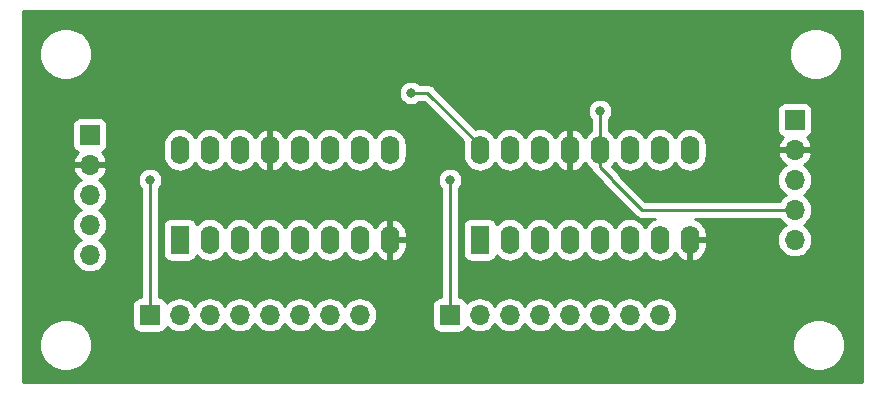
<source format=gbl>
%TF.GenerationSoftware,KiCad,Pcbnew,(5.1.2-1)-1*%
%TF.CreationDate,2023-02-25T22:44:41-05:00*%
%TF.ProjectId,7seg,37736567-2e6b-4696-9361-645f70636258,rev?*%
%TF.SameCoordinates,Original*%
%TF.FileFunction,Copper,L2,Bot*%
%TF.FilePolarity,Positive*%
%FSLAX46Y46*%
G04 Gerber Fmt 4.6, Leading zero omitted, Abs format (unit mm)*
G04 Created by KiCad (PCBNEW (5.1.2-1)-1) date 2023-02-25 22:44:41*
%MOMM*%
%LPD*%
G04 APERTURE LIST*
%ADD10O,1.600000X2.400000*%
%ADD11R,1.600000X2.400000*%
%ADD12O,1.700000X1.700000*%
%ADD13R,1.700000X1.700000*%
%ADD14C,0.800000*%
%ADD15C,0.250000*%
%ADD16C,0.254000*%
G04 APERTURE END LIST*
D10*
X119380000Y43180000D03*
X137160000Y35560000D03*
X121920000Y43180000D03*
X134620000Y35560000D03*
X124460000Y43180000D03*
X132080000Y35560000D03*
X127000000Y43180000D03*
X129540000Y35560000D03*
X129540000Y43180000D03*
X127000000Y35560000D03*
X132080000Y43180000D03*
X124460000Y35560000D03*
X134620000Y43180000D03*
X121920000Y35560000D03*
X137160000Y43180000D03*
D11*
X119380000Y35560000D03*
D10*
X93980000Y43180000D03*
X111760000Y35560000D03*
X96520000Y43180000D03*
X109220000Y35560000D03*
X99060000Y43180000D03*
X106680000Y35560000D03*
X101600000Y43180000D03*
X104140000Y35560000D03*
X104140000Y43180000D03*
X101600000Y35560000D03*
X106680000Y43180000D03*
X99060000Y35560000D03*
X109220000Y43180000D03*
X96520000Y35560000D03*
X111760000Y43180000D03*
D11*
X93980000Y35560000D03*
D12*
X146050000Y35560000D03*
X146050000Y38100000D03*
X146050000Y40640000D03*
X146050000Y43180000D03*
D13*
X146050000Y45720000D03*
D12*
X134620000Y29210000D03*
X132080000Y29210000D03*
X129540000Y29210000D03*
X127000000Y29210000D03*
X124460000Y29210000D03*
X121920000Y29210000D03*
X119380000Y29210000D03*
D13*
X116840000Y29210000D03*
D12*
X109220000Y29210000D03*
X106680000Y29210000D03*
X104140000Y29210000D03*
X101600000Y29210000D03*
X99060000Y29210000D03*
X96520000Y29210000D03*
X93980000Y29210000D03*
D13*
X91440000Y29210000D03*
D12*
X86360000Y34290000D03*
X86360000Y36830000D03*
X86360000Y39370000D03*
X86360000Y41910000D03*
D13*
X86360000Y44450000D03*
D14*
X113538000Y48006000D03*
X91440000Y40640000D03*
X116840000Y40640000D03*
X129540000Y46482000D03*
D15*
X119380000Y43580000D02*
X114954000Y48006000D01*
X119380000Y43180000D02*
X119380000Y43580000D01*
X114954000Y48006000D02*
X113538000Y48006000D01*
X91440000Y40640000D02*
X91440000Y29210000D01*
X116840000Y40640000D02*
X116840000Y29210000D01*
X129540000Y46482000D02*
X129540000Y43180000D01*
X133096000Y38100000D02*
X146050000Y38100000D01*
X130556000Y40640000D02*
X133096000Y38100000D01*
X130556000Y40714000D02*
X130556000Y40640000D01*
X129540000Y41730000D02*
X130556000Y40714000D01*
X129540000Y43180000D02*
X129540000Y41730000D01*
D16*
G36*
X151740001Y50832428D02*
G01*
X151740000Y50832418D01*
X151740001Y23520000D01*
X80670000Y23520000D01*
X80670000Y26890128D01*
X82093000Y26890128D01*
X82093000Y26449872D01*
X82178890Y26018075D01*
X82347369Y25611331D01*
X82591962Y25245271D01*
X82903271Y24933962D01*
X83269331Y24689369D01*
X83676075Y24520890D01*
X84107872Y24435000D01*
X84548128Y24435000D01*
X84979925Y24520890D01*
X85386669Y24689369D01*
X85752729Y24933962D01*
X86064038Y25245271D01*
X86308631Y25611331D01*
X86477110Y26018075D01*
X86563000Y26449872D01*
X86563000Y26890128D01*
X145847000Y26890128D01*
X145847000Y26449872D01*
X145932890Y26018075D01*
X146101369Y25611331D01*
X146345962Y25245271D01*
X146657271Y24933962D01*
X147023331Y24689369D01*
X147430075Y24520890D01*
X147861872Y24435000D01*
X148302128Y24435000D01*
X148733925Y24520890D01*
X149140669Y24689369D01*
X149506729Y24933962D01*
X149818038Y25245271D01*
X150062631Y25611331D01*
X150231110Y26018075D01*
X150317000Y26449872D01*
X150317000Y26890128D01*
X150231110Y27321925D01*
X150062631Y27728669D01*
X149818038Y28094729D01*
X149506729Y28406038D01*
X149140669Y28650631D01*
X148733925Y28819110D01*
X148302128Y28905000D01*
X147861872Y28905000D01*
X147430075Y28819110D01*
X147023331Y28650631D01*
X146657271Y28406038D01*
X146345962Y28094729D01*
X146101369Y27728669D01*
X145932890Y27321925D01*
X145847000Y26890128D01*
X86563000Y26890128D01*
X86477110Y27321925D01*
X86308631Y27728669D01*
X86064038Y28094729D01*
X85752729Y28406038D01*
X85386669Y28650631D01*
X84979925Y28819110D01*
X84548128Y28905000D01*
X84107872Y28905000D01*
X83676075Y28819110D01*
X83269331Y28650631D01*
X82903271Y28406038D01*
X82591962Y28094729D01*
X82347369Y27728669D01*
X82178890Y27321925D01*
X82093000Y26890128D01*
X80670000Y26890128D01*
X80670000Y30060000D01*
X89951928Y30060000D01*
X89951928Y28360000D01*
X89964188Y28235518D01*
X90000498Y28115820D01*
X90059463Y28005506D01*
X90138815Y27908815D01*
X90235506Y27829463D01*
X90345820Y27770498D01*
X90465518Y27734188D01*
X90590000Y27721928D01*
X92290000Y27721928D01*
X92414482Y27734188D01*
X92534180Y27770498D01*
X92644494Y27829463D01*
X92741185Y27908815D01*
X92820537Y28005506D01*
X92879502Y28115820D01*
X92900393Y28184687D01*
X92924866Y28154866D01*
X93150986Y27969294D01*
X93408966Y27831401D01*
X93688889Y27746487D01*
X93907050Y27725000D01*
X94052950Y27725000D01*
X94271111Y27746487D01*
X94551034Y27831401D01*
X94809014Y27969294D01*
X95035134Y28154866D01*
X95220706Y28380986D01*
X95250000Y28435791D01*
X95279294Y28380986D01*
X95464866Y28154866D01*
X95690986Y27969294D01*
X95948966Y27831401D01*
X96228889Y27746487D01*
X96447050Y27725000D01*
X96592950Y27725000D01*
X96811111Y27746487D01*
X97091034Y27831401D01*
X97349014Y27969294D01*
X97575134Y28154866D01*
X97760706Y28380986D01*
X97790000Y28435791D01*
X97819294Y28380986D01*
X98004866Y28154866D01*
X98230986Y27969294D01*
X98488966Y27831401D01*
X98768889Y27746487D01*
X98987050Y27725000D01*
X99132950Y27725000D01*
X99351111Y27746487D01*
X99631034Y27831401D01*
X99889014Y27969294D01*
X100115134Y28154866D01*
X100300706Y28380986D01*
X100330000Y28435791D01*
X100359294Y28380986D01*
X100544866Y28154866D01*
X100770986Y27969294D01*
X101028966Y27831401D01*
X101308889Y27746487D01*
X101527050Y27725000D01*
X101672950Y27725000D01*
X101891111Y27746487D01*
X102171034Y27831401D01*
X102429014Y27969294D01*
X102655134Y28154866D01*
X102840706Y28380986D01*
X102870000Y28435791D01*
X102899294Y28380986D01*
X103084866Y28154866D01*
X103310986Y27969294D01*
X103568966Y27831401D01*
X103848889Y27746487D01*
X104067050Y27725000D01*
X104212950Y27725000D01*
X104431111Y27746487D01*
X104711034Y27831401D01*
X104969014Y27969294D01*
X105195134Y28154866D01*
X105380706Y28380986D01*
X105410000Y28435791D01*
X105439294Y28380986D01*
X105624866Y28154866D01*
X105850986Y27969294D01*
X106108966Y27831401D01*
X106388889Y27746487D01*
X106607050Y27725000D01*
X106752950Y27725000D01*
X106971111Y27746487D01*
X107251034Y27831401D01*
X107509014Y27969294D01*
X107735134Y28154866D01*
X107920706Y28380986D01*
X107950000Y28435791D01*
X107979294Y28380986D01*
X108164866Y28154866D01*
X108390986Y27969294D01*
X108648966Y27831401D01*
X108928889Y27746487D01*
X109147050Y27725000D01*
X109292950Y27725000D01*
X109511111Y27746487D01*
X109791034Y27831401D01*
X110049014Y27969294D01*
X110275134Y28154866D01*
X110460706Y28380986D01*
X110598599Y28638966D01*
X110683513Y28918889D01*
X110712185Y29210000D01*
X110683513Y29501111D01*
X110598599Y29781034D01*
X110460706Y30039014D01*
X110443484Y30060000D01*
X115351928Y30060000D01*
X115351928Y28360000D01*
X115364188Y28235518D01*
X115400498Y28115820D01*
X115459463Y28005506D01*
X115538815Y27908815D01*
X115635506Y27829463D01*
X115745820Y27770498D01*
X115865518Y27734188D01*
X115990000Y27721928D01*
X117690000Y27721928D01*
X117814482Y27734188D01*
X117934180Y27770498D01*
X118044494Y27829463D01*
X118141185Y27908815D01*
X118220537Y28005506D01*
X118279502Y28115820D01*
X118300393Y28184687D01*
X118324866Y28154866D01*
X118550986Y27969294D01*
X118808966Y27831401D01*
X119088889Y27746487D01*
X119307050Y27725000D01*
X119452950Y27725000D01*
X119671111Y27746487D01*
X119951034Y27831401D01*
X120209014Y27969294D01*
X120435134Y28154866D01*
X120620706Y28380986D01*
X120650000Y28435791D01*
X120679294Y28380986D01*
X120864866Y28154866D01*
X121090986Y27969294D01*
X121348966Y27831401D01*
X121628889Y27746487D01*
X121847050Y27725000D01*
X121992950Y27725000D01*
X122211111Y27746487D01*
X122491034Y27831401D01*
X122749014Y27969294D01*
X122975134Y28154866D01*
X123160706Y28380986D01*
X123190000Y28435791D01*
X123219294Y28380986D01*
X123404866Y28154866D01*
X123630986Y27969294D01*
X123888966Y27831401D01*
X124168889Y27746487D01*
X124387050Y27725000D01*
X124532950Y27725000D01*
X124751111Y27746487D01*
X125031034Y27831401D01*
X125289014Y27969294D01*
X125515134Y28154866D01*
X125700706Y28380986D01*
X125730000Y28435791D01*
X125759294Y28380986D01*
X125944866Y28154866D01*
X126170986Y27969294D01*
X126428966Y27831401D01*
X126708889Y27746487D01*
X126927050Y27725000D01*
X127072950Y27725000D01*
X127291111Y27746487D01*
X127571034Y27831401D01*
X127829014Y27969294D01*
X128055134Y28154866D01*
X128240706Y28380986D01*
X128270000Y28435791D01*
X128299294Y28380986D01*
X128484866Y28154866D01*
X128710986Y27969294D01*
X128968966Y27831401D01*
X129248889Y27746487D01*
X129467050Y27725000D01*
X129612950Y27725000D01*
X129831111Y27746487D01*
X130111034Y27831401D01*
X130369014Y27969294D01*
X130595134Y28154866D01*
X130780706Y28380986D01*
X130810000Y28435791D01*
X130839294Y28380986D01*
X131024866Y28154866D01*
X131250986Y27969294D01*
X131508966Y27831401D01*
X131788889Y27746487D01*
X132007050Y27725000D01*
X132152950Y27725000D01*
X132371111Y27746487D01*
X132651034Y27831401D01*
X132909014Y27969294D01*
X133135134Y28154866D01*
X133320706Y28380986D01*
X133350000Y28435791D01*
X133379294Y28380986D01*
X133564866Y28154866D01*
X133790986Y27969294D01*
X134048966Y27831401D01*
X134328889Y27746487D01*
X134547050Y27725000D01*
X134692950Y27725000D01*
X134911111Y27746487D01*
X135191034Y27831401D01*
X135449014Y27969294D01*
X135675134Y28154866D01*
X135860706Y28380986D01*
X135998599Y28638966D01*
X136083513Y28918889D01*
X136112185Y29210000D01*
X136083513Y29501111D01*
X135998599Y29781034D01*
X135860706Y30039014D01*
X135675134Y30265134D01*
X135449014Y30450706D01*
X135191034Y30588599D01*
X134911111Y30673513D01*
X134692950Y30695000D01*
X134547050Y30695000D01*
X134328889Y30673513D01*
X134048966Y30588599D01*
X133790986Y30450706D01*
X133564866Y30265134D01*
X133379294Y30039014D01*
X133350000Y29984209D01*
X133320706Y30039014D01*
X133135134Y30265134D01*
X132909014Y30450706D01*
X132651034Y30588599D01*
X132371111Y30673513D01*
X132152950Y30695000D01*
X132007050Y30695000D01*
X131788889Y30673513D01*
X131508966Y30588599D01*
X131250986Y30450706D01*
X131024866Y30265134D01*
X130839294Y30039014D01*
X130810000Y29984209D01*
X130780706Y30039014D01*
X130595134Y30265134D01*
X130369014Y30450706D01*
X130111034Y30588599D01*
X129831111Y30673513D01*
X129612950Y30695000D01*
X129467050Y30695000D01*
X129248889Y30673513D01*
X128968966Y30588599D01*
X128710986Y30450706D01*
X128484866Y30265134D01*
X128299294Y30039014D01*
X128270000Y29984209D01*
X128240706Y30039014D01*
X128055134Y30265134D01*
X127829014Y30450706D01*
X127571034Y30588599D01*
X127291111Y30673513D01*
X127072950Y30695000D01*
X126927050Y30695000D01*
X126708889Y30673513D01*
X126428966Y30588599D01*
X126170986Y30450706D01*
X125944866Y30265134D01*
X125759294Y30039014D01*
X125730000Y29984209D01*
X125700706Y30039014D01*
X125515134Y30265134D01*
X125289014Y30450706D01*
X125031034Y30588599D01*
X124751111Y30673513D01*
X124532950Y30695000D01*
X124387050Y30695000D01*
X124168889Y30673513D01*
X123888966Y30588599D01*
X123630986Y30450706D01*
X123404866Y30265134D01*
X123219294Y30039014D01*
X123190000Y29984209D01*
X123160706Y30039014D01*
X122975134Y30265134D01*
X122749014Y30450706D01*
X122491034Y30588599D01*
X122211111Y30673513D01*
X121992950Y30695000D01*
X121847050Y30695000D01*
X121628889Y30673513D01*
X121348966Y30588599D01*
X121090986Y30450706D01*
X120864866Y30265134D01*
X120679294Y30039014D01*
X120650000Y29984209D01*
X120620706Y30039014D01*
X120435134Y30265134D01*
X120209014Y30450706D01*
X119951034Y30588599D01*
X119671111Y30673513D01*
X119452950Y30695000D01*
X119307050Y30695000D01*
X119088889Y30673513D01*
X118808966Y30588599D01*
X118550986Y30450706D01*
X118324866Y30265134D01*
X118300393Y30235313D01*
X118279502Y30304180D01*
X118220537Y30414494D01*
X118141185Y30511185D01*
X118044494Y30590537D01*
X117934180Y30649502D01*
X117814482Y30685812D01*
X117690000Y30698072D01*
X117600000Y30698072D01*
X117600000Y36760000D01*
X117941928Y36760000D01*
X117941928Y34360000D01*
X117954188Y34235518D01*
X117990498Y34115820D01*
X118049463Y34005506D01*
X118128815Y33908815D01*
X118225506Y33829463D01*
X118335820Y33770498D01*
X118455518Y33734188D01*
X118580000Y33721928D01*
X120180000Y33721928D01*
X120304482Y33734188D01*
X120424180Y33770498D01*
X120534494Y33829463D01*
X120631185Y33908815D01*
X120710537Y34005506D01*
X120769502Y34115820D01*
X120805812Y34235518D01*
X120807581Y34253483D01*
X120900393Y34140392D01*
X121118900Y33961068D01*
X121368193Y33827818D01*
X121638692Y33745764D01*
X121920000Y33718057D01*
X122201309Y33745764D01*
X122471808Y33827818D01*
X122721101Y33961068D01*
X122939608Y34140392D01*
X123118932Y34358899D01*
X123190000Y34491858D01*
X123261068Y34358899D01*
X123440393Y34140392D01*
X123658900Y33961068D01*
X123908193Y33827818D01*
X124178692Y33745764D01*
X124460000Y33718057D01*
X124741309Y33745764D01*
X125011808Y33827818D01*
X125261101Y33961068D01*
X125479608Y34140392D01*
X125658932Y34358899D01*
X125730000Y34491858D01*
X125801068Y34358899D01*
X125980393Y34140392D01*
X126198900Y33961068D01*
X126448193Y33827818D01*
X126718692Y33745764D01*
X127000000Y33718057D01*
X127281309Y33745764D01*
X127551808Y33827818D01*
X127801101Y33961068D01*
X128019608Y34140392D01*
X128198932Y34358899D01*
X128270000Y34491858D01*
X128341068Y34358899D01*
X128520393Y34140392D01*
X128738900Y33961068D01*
X128988193Y33827818D01*
X129258692Y33745764D01*
X129540000Y33718057D01*
X129821309Y33745764D01*
X130091808Y33827818D01*
X130341101Y33961068D01*
X130559608Y34140392D01*
X130738932Y34358899D01*
X130810000Y34491858D01*
X130881068Y34358899D01*
X131060393Y34140392D01*
X131278900Y33961068D01*
X131528193Y33827818D01*
X131798692Y33745764D01*
X132080000Y33718057D01*
X132361309Y33745764D01*
X132631808Y33827818D01*
X132881101Y33961068D01*
X133099608Y34140392D01*
X133278932Y34358899D01*
X133350000Y34491858D01*
X133421068Y34358899D01*
X133600393Y34140392D01*
X133818900Y33961068D01*
X134068193Y33827818D01*
X134338692Y33745764D01*
X134620000Y33718057D01*
X134901309Y33745764D01*
X135171808Y33827818D01*
X135421101Y33961068D01*
X135639608Y34140392D01*
X135818932Y34358899D01*
X135887265Y34486741D01*
X136037399Y34257161D01*
X136235105Y34055500D01*
X136468354Y33896285D01*
X136728182Y33785633D01*
X136810961Y33768096D01*
X137033000Y33890085D01*
X137033000Y35433000D01*
X137287000Y35433000D01*
X137287000Y33890085D01*
X137509039Y33768096D01*
X137591818Y33785633D01*
X137851646Y33896285D01*
X138084895Y34055500D01*
X138282601Y34257161D01*
X138437166Y34493517D01*
X138542650Y34755486D01*
X138595000Y35033000D01*
X138595000Y35433000D01*
X137287000Y35433000D01*
X137033000Y35433000D01*
X137013000Y35433000D01*
X137013000Y35687000D01*
X137033000Y35687000D01*
X137033000Y35707000D01*
X137287000Y35707000D01*
X137287000Y35687000D01*
X138595000Y35687000D01*
X138595000Y36087000D01*
X138542650Y36364514D01*
X138437166Y36626483D01*
X138282601Y36862839D01*
X138084895Y37064500D01*
X137851646Y37223715D01*
X137591818Y37334367D01*
X137565229Y37340000D01*
X144772405Y37340000D01*
X144809294Y37270986D01*
X144994866Y37044866D01*
X145220986Y36859294D01*
X145275791Y36830000D01*
X145220986Y36800706D01*
X144994866Y36615134D01*
X144809294Y36389014D01*
X144671401Y36131034D01*
X144586487Y35851111D01*
X144557815Y35560000D01*
X144586487Y35268889D01*
X144671401Y34988966D01*
X144809294Y34730986D01*
X144994866Y34504866D01*
X145220986Y34319294D01*
X145478966Y34181401D01*
X145758889Y34096487D01*
X145977050Y34075000D01*
X146122950Y34075000D01*
X146341111Y34096487D01*
X146621034Y34181401D01*
X146879014Y34319294D01*
X147105134Y34504866D01*
X147290706Y34730986D01*
X147428599Y34988966D01*
X147513513Y35268889D01*
X147542185Y35560000D01*
X147513513Y35851111D01*
X147428599Y36131034D01*
X147290706Y36389014D01*
X147105134Y36615134D01*
X146879014Y36800706D01*
X146824209Y36830000D01*
X146879014Y36859294D01*
X147105134Y37044866D01*
X147290706Y37270986D01*
X147428599Y37528966D01*
X147513513Y37808889D01*
X147542185Y38100000D01*
X147513513Y38391111D01*
X147428599Y38671034D01*
X147290706Y38929014D01*
X147105134Y39155134D01*
X146879014Y39340706D01*
X146824209Y39370000D01*
X146879014Y39399294D01*
X147105134Y39584866D01*
X147290706Y39810986D01*
X147428599Y40068966D01*
X147513513Y40348889D01*
X147542185Y40640000D01*
X147513513Y40931111D01*
X147428599Y41211034D01*
X147290706Y41469014D01*
X147105134Y41695134D01*
X146879014Y41880706D01*
X146814477Y41915201D01*
X146931355Y41984822D01*
X147147588Y42179731D01*
X147321641Y42413080D01*
X147446825Y42675901D01*
X147491476Y42823110D01*
X147370155Y43053000D01*
X146177000Y43053000D01*
X146177000Y43033000D01*
X145923000Y43033000D01*
X145923000Y43053000D01*
X144729845Y43053000D01*
X144608524Y42823110D01*
X144653175Y42675901D01*
X144778359Y42413080D01*
X144952412Y42179731D01*
X145168645Y41984822D01*
X145285523Y41915201D01*
X145220986Y41880706D01*
X144994866Y41695134D01*
X144809294Y41469014D01*
X144671401Y41211034D01*
X144586487Y40931111D01*
X144557815Y40640000D01*
X144586487Y40348889D01*
X144671401Y40068966D01*
X144809294Y39810986D01*
X144994866Y39584866D01*
X145220986Y39399294D01*
X145275791Y39370000D01*
X145220986Y39340706D01*
X144994866Y39155134D01*
X144809294Y38929014D01*
X144772405Y38860000D01*
X133410803Y38860000D01*
X131258092Y41012709D01*
X131230529Y41064275D01*
X131190974Y41138277D01*
X131119799Y41225003D01*
X131096001Y41254001D01*
X131067004Y41277798D01*
X130570787Y41774014D01*
X130738932Y41978899D01*
X130810000Y42111858D01*
X130881068Y41978899D01*
X131060393Y41760392D01*
X131278900Y41581068D01*
X131528193Y41447818D01*
X131798692Y41365764D01*
X132080000Y41338057D01*
X132361309Y41365764D01*
X132631808Y41447818D01*
X132881101Y41581068D01*
X133099608Y41760392D01*
X133278932Y41978899D01*
X133350000Y42111858D01*
X133421068Y41978899D01*
X133600393Y41760392D01*
X133818900Y41581068D01*
X134068193Y41447818D01*
X134338692Y41365764D01*
X134620000Y41338057D01*
X134901309Y41365764D01*
X135171808Y41447818D01*
X135421101Y41581068D01*
X135639608Y41760392D01*
X135818932Y41978899D01*
X135890000Y42111858D01*
X135961068Y41978899D01*
X136140393Y41760392D01*
X136358900Y41581068D01*
X136608193Y41447818D01*
X136878692Y41365764D01*
X137160000Y41338057D01*
X137441309Y41365764D01*
X137711808Y41447818D01*
X137961101Y41581068D01*
X138179608Y41760392D01*
X138358932Y41978899D01*
X138492182Y42228192D01*
X138574236Y42498691D01*
X138595000Y42709509D01*
X138595000Y43650492D01*
X138574236Y43861309D01*
X138492182Y44131808D01*
X138358932Y44381101D01*
X138179607Y44599608D01*
X137961100Y44778932D01*
X137711807Y44912182D01*
X137441308Y44994236D01*
X137160000Y45021943D01*
X136878691Y44994236D01*
X136608192Y44912182D01*
X136358899Y44778932D01*
X136140392Y44599607D01*
X135961068Y44381100D01*
X135890000Y44248142D01*
X135818932Y44381101D01*
X135639607Y44599608D01*
X135421100Y44778932D01*
X135171807Y44912182D01*
X134901308Y44994236D01*
X134620000Y45021943D01*
X134338691Y44994236D01*
X134068192Y44912182D01*
X133818899Y44778932D01*
X133600392Y44599607D01*
X133421068Y44381100D01*
X133350000Y44248142D01*
X133278932Y44381101D01*
X133099607Y44599608D01*
X132881100Y44778932D01*
X132631807Y44912182D01*
X132361308Y44994236D01*
X132080000Y45021943D01*
X131798691Y44994236D01*
X131528192Y44912182D01*
X131278899Y44778932D01*
X131060392Y44599607D01*
X130881068Y44381100D01*
X130810000Y44248142D01*
X130738932Y44381101D01*
X130559607Y44599608D01*
X130341100Y44778932D01*
X130300000Y44800900D01*
X130300000Y45778289D01*
X130343937Y45822226D01*
X130457205Y45991744D01*
X130535226Y46180102D01*
X130575000Y46380061D01*
X130575000Y46570000D01*
X144561928Y46570000D01*
X144561928Y44870000D01*
X144574188Y44745518D01*
X144610498Y44625820D01*
X144669463Y44515506D01*
X144748815Y44418815D01*
X144845506Y44339463D01*
X144955820Y44280498D01*
X145036466Y44256034D01*
X144952412Y44180269D01*
X144778359Y43946920D01*
X144653175Y43684099D01*
X144608524Y43536890D01*
X144729845Y43307000D01*
X145923000Y43307000D01*
X145923000Y43327000D01*
X146177000Y43327000D01*
X146177000Y43307000D01*
X147370155Y43307000D01*
X147491476Y43536890D01*
X147446825Y43684099D01*
X147321641Y43946920D01*
X147147588Y44180269D01*
X147063534Y44256034D01*
X147144180Y44280498D01*
X147254494Y44339463D01*
X147351185Y44418815D01*
X147430537Y44515506D01*
X147489502Y44625820D01*
X147525812Y44745518D01*
X147538072Y44870000D01*
X147538072Y46570000D01*
X147525812Y46694482D01*
X147489502Y46814180D01*
X147430537Y46924494D01*
X147351185Y47021185D01*
X147254494Y47100537D01*
X147144180Y47159502D01*
X147024482Y47195812D01*
X146900000Y47208072D01*
X145200000Y47208072D01*
X145075518Y47195812D01*
X144955820Y47159502D01*
X144845506Y47100537D01*
X144748815Y47021185D01*
X144669463Y46924494D01*
X144610498Y46814180D01*
X144574188Y46694482D01*
X144561928Y46570000D01*
X130575000Y46570000D01*
X130575000Y46583939D01*
X130535226Y46783898D01*
X130457205Y46972256D01*
X130343937Y47141774D01*
X130199774Y47285937D01*
X130030256Y47399205D01*
X129841898Y47477226D01*
X129641939Y47517000D01*
X129438061Y47517000D01*
X129238102Y47477226D01*
X129049744Y47399205D01*
X128880226Y47285937D01*
X128736063Y47141774D01*
X128622795Y46972256D01*
X128544774Y46783898D01*
X128505000Y46583939D01*
X128505000Y46380061D01*
X128544774Y46180102D01*
X128622795Y45991744D01*
X128736063Y45822226D01*
X128780000Y45778289D01*
X128780001Y44800901D01*
X128738899Y44778932D01*
X128520392Y44599607D01*
X128341068Y44381100D01*
X128272735Y44253258D01*
X128122601Y44482839D01*
X127924895Y44684500D01*
X127691646Y44843715D01*
X127431818Y44954367D01*
X127349039Y44971904D01*
X127127000Y44849915D01*
X127127000Y43307000D01*
X127147000Y43307000D01*
X127147000Y43053000D01*
X127127000Y43053000D01*
X127127000Y41510085D01*
X127349039Y41388096D01*
X127431818Y41405633D01*
X127691646Y41516285D01*
X127924895Y41675500D01*
X128122601Y41877161D01*
X128272735Y42106741D01*
X128341068Y41978899D01*
X128520393Y41760392D01*
X128738900Y41581068D01*
X128801060Y41547843D01*
X128804180Y41537558D01*
X128834454Y41437754D01*
X128905026Y41305724D01*
X128971273Y41225003D01*
X129000000Y41189999D01*
X129028998Y41166201D01*
X129853909Y40341289D01*
X129921026Y40215724D01*
X130015999Y40099999D01*
X130045001Y40076198D01*
X132532205Y37588992D01*
X132555999Y37559999D01*
X132584992Y37536205D01*
X132584996Y37536201D01*
X132655685Y37478189D01*
X132671724Y37465026D01*
X132803753Y37394454D01*
X132947014Y37350997D01*
X133058667Y37340000D01*
X133058676Y37340000D01*
X133095999Y37336324D01*
X133133322Y37340000D01*
X134225829Y37340000D01*
X134068192Y37292182D01*
X133818899Y37158932D01*
X133600392Y36979607D01*
X133421068Y36761100D01*
X133350000Y36628142D01*
X133278932Y36761101D01*
X133099607Y36979608D01*
X132881100Y37158932D01*
X132631807Y37292182D01*
X132361308Y37374236D01*
X132080000Y37401943D01*
X131798691Y37374236D01*
X131528192Y37292182D01*
X131278899Y37158932D01*
X131060392Y36979607D01*
X130881068Y36761100D01*
X130810000Y36628142D01*
X130738932Y36761101D01*
X130559607Y36979608D01*
X130341100Y37158932D01*
X130091807Y37292182D01*
X129821308Y37374236D01*
X129540000Y37401943D01*
X129258691Y37374236D01*
X128988192Y37292182D01*
X128738899Y37158932D01*
X128520392Y36979607D01*
X128341068Y36761100D01*
X128270000Y36628142D01*
X128198932Y36761101D01*
X128019607Y36979608D01*
X127801100Y37158932D01*
X127551807Y37292182D01*
X127281308Y37374236D01*
X127000000Y37401943D01*
X126718691Y37374236D01*
X126448192Y37292182D01*
X126198899Y37158932D01*
X125980392Y36979607D01*
X125801068Y36761100D01*
X125730000Y36628142D01*
X125658932Y36761101D01*
X125479607Y36979608D01*
X125261100Y37158932D01*
X125011807Y37292182D01*
X124741308Y37374236D01*
X124460000Y37401943D01*
X124178691Y37374236D01*
X123908192Y37292182D01*
X123658899Y37158932D01*
X123440392Y36979607D01*
X123261068Y36761100D01*
X123190000Y36628142D01*
X123118932Y36761101D01*
X122939607Y36979608D01*
X122721100Y37158932D01*
X122471807Y37292182D01*
X122201308Y37374236D01*
X121920000Y37401943D01*
X121638691Y37374236D01*
X121368192Y37292182D01*
X121118899Y37158932D01*
X120900392Y36979607D01*
X120807581Y36866517D01*
X120805812Y36884482D01*
X120769502Y37004180D01*
X120710537Y37114494D01*
X120631185Y37211185D01*
X120534494Y37290537D01*
X120424180Y37349502D01*
X120304482Y37385812D01*
X120180000Y37398072D01*
X118580000Y37398072D01*
X118455518Y37385812D01*
X118335820Y37349502D01*
X118225506Y37290537D01*
X118128815Y37211185D01*
X118049463Y37114494D01*
X117990498Y37004180D01*
X117954188Y36884482D01*
X117941928Y36760000D01*
X117600000Y36760000D01*
X117600000Y39936289D01*
X117643937Y39980226D01*
X117757205Y40149744D01*
X117835226Y40338102D01*
X117875000Y40538061D01*
X117875000Y40741939D01*
X117835226Y40941898D01*
X117757205Y41130256D01*
X117643937Y41299774D01*
X117499774Y41443937D01*
X117330256Y41557205D01*
X117141898Y41635226D01*
X116941939Y41675000D01*
X116738061Y41675000D01*
X116538102Y41635226D01*
X116349744Y41557205D01*
X116180226Y41443937D01*
X116036063Y41299774D01*
X115922795Y41130256D01*
X115844774Y40941898D01*
X115805000Y40741939D01*
X115805000Y40538061D01*
X115844774Y40338102D01*
X115922795Y40149744D01*
X116036063Y39980226D01*
X116080000Y39936289D01*
X116080001Y30698072D01*
X115990000Y30698072D01*
X115865518Y30685812D01*
X115745820Y30649502D01*
X115635506Y30590537D01*
X115538815Y30511185D01*
X115459463Y30414494D01*
X115400498Y30304180D01*
X115364188Y30184482D01*
X115351928Y30060000D01*
X110443484Y30060000D01*
X110275134Y30265134D01*
X110049014Y30450706D01*
X109791034Y30588599D01*
X109511111Y30673513D01*
X109292950Y30695000D01*
X109147050Y30695000D01*
X108928889Y30673513D01*
X108648966Y30588599D01*
X108390986Y30450706D01*
X108164866Y30265134D01*
X107979294Y30039014D01*
X107950000Y29984209D01*
X107920706Y30039014D01*
X107735134Y30265134D01*
X107509014Y30450706D01*
X107251034Y30588599D01*
X106971111Y30673513D01*
X106752950Y30695000D01*
X106607050Y30695000D01*
X106388889Y30673513D01*
X106108966Y30588599D01*
X105850986Y30450706D01*
X105624866Y30265134D01*
X105439294Y30039014D01*
X105410000Y29984209D01*
X105380706Y30039014D01*
X105195134Y30265134D01*
X104969014Y30450706D01*
X104711034Y30588599D01*
X104431111Y30673513D01*
X104212950Y30695000D01*
X104067050Y30695000D01*
X103848889Y30673513D01*
X103568966Y30588599D01*
X103310986Y30450706D01*
X103084866Y30265134D01*
X102899294Y30039014D01*
X102870000Y29984209D01*
X102840706Y30039014D01*
X102655134Y30265134D01*
X102429014Y30450706D01*
X102171034Y30588599D01*
X101891111Y30673513D01*
X101672950Y30695000D01*
X101527050Y30695000D01*
X101308889Y30673513D01*
X101028966Y30588599D01*
X100770986Y30450706D01*
X100544866Y30265134D01*
X100359294Y30039014D01*
X100330000Y29984209D01*
X100300706Y30039014D01*
X100115134Y30265134D01*
X99889014Y30450706D01*
X99631034Y30588599D01*
X99351111Y30673513D01*
X99132950Y30695000D01*
X98987050Y30695000D01*
X98768889Y30673513D01*
X98488966Y30588599D01*
X98230986Y30450706D01*
X98004866Y30265134D01*
X97819294Y30039014D01*
X97790000Y29984209D01*
X97760706Y30039014D01*
X97575134Y30265134D01*
X97349014Y30450706D01*
X97091034Y30588599D01*
X96811111Y30673513D01*
X96592950Y30695000D01*
X96447050Y30695000D01*
X96228889Y30673513D01*
X95948966Y30588599D01*
X95690986Y30450706D01*
X95464866Y30265134D01*
X95279294Y30039014D01*
X95250000Y29984209D01*
X95220706Y30039014D01*
X95035134Y30265134D01*
X94809014Y30450706D01*
X94551034Y30588599D01*
X94271111Y30673513D01*
X94052950Y30695000D01*
X93907050Y30695000D01*
X93688889Y30673513D01*
X93408966Y30588599D01*
X93150986Y30450706D01*
X92924866Y30265134D01*
X92900393Y30235313D01*
X92879502Y30304180D01*
X92820537Y30414494D01*
X92741185Y30511185D01*
X92644494Y30590537D01*
X92534180Y30649502D01*
X92414482Y30685812D01*
X92290000Y30698072D01*
X92200000Y30698072D01*
X92200000Y36760000D01*
X92541928Y36760000D01*
X92541928Y34360000D01*
X92554188Y34235518D01*
X92590498Y34115820D01*
X92649463Y34005506D01*
X92728815Y33908815D01*
X92825506Y33829463D01*
X92935820Y33770498D01*
X93055518Y33734188D01*
X93180000Y33721928D01*
X94780000Y33721928D01*
X94904482Y33734188D01*
X95024180Y33770498D01*
X95134494Y33829463D01*
X95231185Y33908815D01*
X95310537Y34005506D01*
X95369502Y34115820D01*
X95405812Y34235518D01*
X95407581Y34253483D01*
X95500393Y34140392D01*
X95718900Y33961068D01*
X95968193Y33827818D01*
X96238692Y33745764D01*
X96520000Y33718057D01*
X96801309Y33745764D01*
X97071808Y33827818D01*
X97321101Y33961068D01*
X97539608Y34140392D01*
X97718932Y34358899D01*
X97790000Y34491858D01*
X97861068Y34358899D01*
X98040393Y34140392D01*
X98258900Y33961068D01*
X98508193Y33827818D01*
X98778692Y33745764D01*
X99060000Y33718057D01*
X99341309Y33745764D01*
X99611808Y33827818D01*
X99861101Y33961068D01*
X100079608Y34140392D01*
X100258932Y34358899D01*
X100330000Y34491858D01*
X100401068Y34358899D01*
X100580393Y34140392D01*
X100798900Y33961068D01*
X101048193Y33827818D01*
X101318692Y33745764D01*
X101600000Y33718057D01*
X101881309Y33745764D01*
X102151808Y33827818D01*
X102401101Y33961068D01*
X102619608Y34140392D01*
X102798932Y34358899D01*
X102870000Y34491858D01*
X102941068Y34358899D01*
X103120393Y34140392D01*
X103338900Y33961068D01*
X103588193Y33827818D01*
X103858692Y33745764D01*
X104140000Y33718057D01*
X104421309Y33745764D01*
X104691808Y33827818D01*
X104941101Y33961068D01*
X105159608Y34140392D01*
X105338932Y34358899D01*
X105410000Y34491858D01*
X105481068Y34358899D01*
X105660393Y34140392D01*
X105878900Y33961068D01*
X106128193Y33827818D01*
X106398692Y33745764D01*
X106680000Y33718057D01*
X106961309Y33745764D01*
X107231808Y33827818D01*
X107481101Y33961068D01*
X107699608Y34140392D01*
X107878932Y34358899D01*
X107950000Y34491858D01*
X108021068Y34358899D01*
X108200393Y34140392D01*
X108418900Y33961068D01*
X108668193Y33827818D01*
X108938692Y33745764D01*
X109220000Y33718057D01*
X109501309Y33745764D01*
X109771808Y33827818D01*
X110021101Y33961068D01*
X110239608Y34140392D01*
X110418932Y34358899D01*
X110487265Y34486741D01*
X110637399Y34257161D01*
X110835105Y34055500D01*
X111068354Y33896285D01*
X111328182Y33785633D01*
X111410961Y33768096D01*
X111633000Y33890085D01*
X111633000Y35433000D01*
X111887000Y35433000D01*
X111887000Y33890085D01*
X112109039Y33768096D01*
X112191818Y33785633D01*
X112451646Y33896285D01*
X112684895Y34055500D01*
X112882601Y34257161D01*
X113037166Y34493517D01*
X113142650Y34755486D01*
X113195000Y35033000D01*
X113195000Y35433000D01*
X111887000Y35433000D01*
X111633000Y35433000D01*
X111613000Y35433000D01*
X111613000Y35687000D01*
X111633000Y35687000D01*
X111633000Y37229915D01*
X111887000Y37229915D01*
X111887000Y35687000D01*
X113195000Y35687000D01*
X113195000Y36087000D01*
X113142650Y36364514D01*
X113037166Y36626483D01*
X112882601Y36862839D01*
X112684895Y37064500D01*
X112451646Y37223715D01*
X112191818Y37334367D01*
X112109039Y37351904D01*
X111887000Y37229915D01*
X111633000Y37229915D01*
X111410961Y37351904D01*
X111328182Y37334367D01*
X111068354Y37223715D01*
X110835105Y37064500D01*
X110637399Y36862839D01*
X110487265Y36633259D01*
X110418932Y36761101D01*
X110239607Y36979608D01*
X110021100Y37158932D01*
X109771807Y37292182D01*
X109501308Y37374236D01*
X109220000Y37401943D01*
X108938691Y37374236D01*
X108668192Y37292182D01*
X108418899Y37158932D01*
X108200392Y36979607D01*
X108021068Y36761100D01*
X107950000Y36628142D01*
X107878932Y36761101D01*
X107699607Y36979608D01*
X107481100Y37158932D01*
X107231807Y37292182D01*
X106961308Y37374236D01*
X106680000Y37401943D01*
X106398691Y37374236D01*
X106128192Y37292182D01*
X105878899Y37158932D01*
X105660392Y36979607D01*
X105481068Y36761100D01*
X105410000Y36628142D01*
X105338932Y36761101D01*
X105159607Y36979608D01*
X104941100Y37158932D01*
X104691807Y37292182D01*
X104421308Y37374236D01*
X104140000Y37401943D01*
X103858691Y37374236D01*
X103588192Y37292182D01*
X103338899Y37158932D01*
X103120392Y36979607D01*
X102941068Y36761100D01*
X102870000Y36628142D01*
X102798932Y36761101D01*
X102619607Y36979608D01*
X102401100Y37158932D01*
X102151807Y37292182D01*
X101881308Y37374236D01*
X101600000Y37401943D01*
X101318691Y37374236D01*
X101048192Y37292182D01*
X100798899Y37158932D01*
X100580392Y36979607D01*
X100401068Y36761100D01*
X100330000Y36628142D01*
X100258932Y36761101D01*
X100079607Y36979608D01*
X99861100Y37158932D01*
X99611807Y37292182D01*
X99341308Y37374236D01*
X99060000Y37401943D01*
X98778691Y37374236D01*
X98508192Y37292182D01*
X98258899Y37158932D01*
X98040392Y36979607D01*
X97861068Y36761100D01*
X97790000Y36628142D01*
X97718932Y36761101D01*
X97539607Y36979608D01*
X97321100Y37158932D01*
X97071807Y37292182D01*
X96801308Y37374236D01*
X96520000Y37401943D01*
X96238691Y37374236D01*
X95968192Y37292182D01*
X95718899Y37158932D01*
X95500392Y36979607D01*
X95407581Y36866517D01*
X95405812Y36884482D01*
X95369502Y37004180D01*
X95310537Y37114494D01*
X95231185Y37211185D01*
X95134494Y37290537D01*
X95024180Y37349502D01*
X94904482Y37385812D01*
X94780000Y37398072D01*
X93180000Y37398072D01*
X93055518Y37385812D01*
X92935820Y37349502D01*
X92825506Y37290537D01*
X92728815Y37211185D01*
X92649463Y37114494D01*
X92590498Y37004180D01*
X92554188Y36884482D01*
X92541928Y36760000D01*
X92200000Y36760000D01*
X92200000Y39936289D01*
X92243937Y39980226D01*
X92357205Y40149744D01*
X92435226Y40338102D01*
X92475000Y40538061D01*
X92475000Y40741939D01*
X92435226Y40941898D01*
X92357205Y41130256D01*
X92243937Y41299774D01*
X92099774Y41443937D01*
X91930256Y41557205D01*
X91741898Y41635226D01*
X91541939Y41675000D01*
X91338061Y41675000D01*
X91138102Y41635226D01*
X90949744Y41557205D01*
X90780226Y41443937D01*
X90636063Y41299774D01*
X90522795Y41130256D01*
X90444774Y40941898D01*
X90405000Y40741939D01*
X90405000Y40538061D01*
X90444774Y40338102D01*
X90522795Y40149744D01*
X90636063Y39980226D01*
X90680000Y39936289D01*
X90680001Y30698072D01*
X90590000Y30698072D01*
X90465518Y30685812D01*
X90345820Y30649502D01*
X90235506Y30590537D01*
X90138815Y30511185D01*
X90059463Y30414494D01*
X90000498Y30304180D01*
X89964188Y30184482D01*
X89951928Y30060000D01*
X80670000Y30060000D01*
X80670000Y39370000D01*
X84867815Y39370000D01*
X84896487Y39078889D01*
X84981401Y38798966D01*
X85119294Y38540986D01*
X85304866Y38314866D01*
X85530986Y38129294D01*
X85585791Y38100000D01*
X85530986Y38070706D01*
X85304866Y37885134D01*
X85119294Y37659014D01*
X84981401Y37401034D01*
X84896487Y37121111D01*
X84867815Y36830000D01*
X84896487Y36538889D01*
X84981401Y36258966D01*
X85119294Y36000986D01*
X85304866Y35774866D01*
X85530986Y35589294D01*
X85585791Y35560000D01*
X85530986Y35530706D01*
X85304866Y35345134D01*
X85119294Y35119014D01*
X84981401Y34861034D01*
X84896487Y34581111D01*
X84867815Y34290000D01*
X84896487Y33998889D01*
X84981401Y33718966D01*
X85119294Y33460986D01*
X85304866Y33234866D01*
X85530986Y33049294D01*
X85788966Y32911401D01*
X86068889Y32826487D01*
X86287050Y32805000D01*
X86432950Y32805000D01*
X86651111Y32826487D01*
X86931034Y32911401D01*
X87189014Y33049294D01*
X87415134Y33234866D01*
X87600706Y33460986D01*
X87738599Y33718966D01*
X87823513Y33998889D01*
X87852185Y34290000D01*
X87823513Y34581111D01*
X87738599Y34861034D01*
X87600706Y35119014D01*
X87415134Y35345134D01*
X87189014Y35530706D01*
X87134209Y35560000D01*
X87189014Y35589294D01*
X87415134Y35774866D01*
X87600706Y36000986D01*
X87738599Y36258966D01*
X87823513Y36538889D01*
X87852185Y36830000D01*
X87823513Y37121111D01*
X87738599Y37401034D01*
X87600706Y37659014D01*
X87415134Y37885134D01*
X87189014Y38070706D01*
X87134209Y38100000D01*
X87189014Y38129294D01*
X87415134Y38314866D01*
X87600706Y38540986D01*
X87738599Y38798966D01*
X87823513Y39078889D01*
X87852185Y39370000D01*
X87823513Y39661111D01*
X87738599Y39941034D01*
X87600706Y40199014D01*
X87415134Y40425134D01*
X87189014Y40610706D01*
X87124477Y40645201D01*
X87241355Y40714822D01*
X87457588Y40909731D01*
X87631641Y41143080D01*
X87756825Y41405901D01*
X87801476Y41553110D01*
X87680155Y41783000D01*
X86487000Y41783000D01*
X86487000Y41763000D01*
X86233000Y41763000D01*
X86233000Y41783000D01*
X85039845Y41783000D01*
X84918524Y41553110D01*
X84963175Y41405901D01*
X85088359Y41143080D01*
X85262412Y40909731D01*
X85478645Y40714822D01*
X85595523Y40645201D01*
X85530986Y40610706D01*
X85304866Y40425134D01*
X85119294Y40199014D01*
X84981401Y39941034D01*
X84896487Y39661111D01*
X84867815Y39370000D01*
X80670000Y39370000D01*
X80670000Y45300000D01*
X84871928Y45300000D01*
X84871928Y43600000D01*
X84884188Y43475518D01*
X84920498Y43355820D01*
X84979463Y43245506D01*
X85058815Y43148815D01*
X85155506Y43069463D01*
X85265820Y43010498D01*
X85346466Y42986034D01*
X85262412Y42910269D01*
X85088359Y42676920D01*
X84963175Y42414099D01*
X84918524Y42266890D01*
X85039845Y42037000D01*
X86233000Y42037000D01*
X86233000Y42057000D01*
X86487000Y42057000D01*
X86487000Y42037000D01*
X87680155Y42037000D01*
X87801476Y42266890D01*
X87756825Y42414099D01*
X87631641Y42676920D01*
X87457588Y42910269D01*
X87373534Y42986034D01*
X87454180Y43010498D01*
X87564494Y43069463D01*
X87661185Y43148815D01*
X87740537Y43245506D01*
X87799502Y43355820D01*
X87835812Y43475518D01*
X87848072Y43600000D01*
X87848072Y43650491D01*
X92545000Y43650491D01*
X92545000Y42709508D01*
X92565764Y42498691D01*
X92647818Y42228192D01*
X92781068Y41978899D01*
X92960393Y41760392D01*
X93178900Y41581068D01*
X93428193Y41447818D01*
X93698692Y41365764D01*
X93980000Y41338057D01*
X94261309Y41365764D01*
X94531808Y41447818D01*
X94781101Y41581068D01*
X94999608Y41760392D01*
X95178932Y41978899D01*
X95250000Y42111858D01*
X95321068Y41978899D01*
X95500393Y41760392D01*
X95718900Y41581068D01*
X95968193Y41447818D01*
X96238692Y41365764D01*
X96520000Y41338057D01*
X96801309Y41365764D01*
X97071808Y41447818D01*
X97321101Y41581068D01*
X97539608Y41760392D01*
X97718932Y41978899D01*
X97790000Y42111858D01*
X97861068Y41978899D01*
X98040393Y41760392D01*
X98258900Y41581068D01*
X98508193Y41447818D01*
X98778692Y41365764D01*
X99060000Y41338057D01*
X99341309Y41365764D01*
X99611808Y41447818D01*
X99861101Y41581068D01*
X100079608Y41760392D01*
X100258932Y41978899D01*
X100327265Y42106741D01*
X100477399Y41877161D01*
X100675105Y41675500D01*
X100908354Y41516285D01*
X101168182Y41405633D01*
X101250961Y41388096D01*
X101473000Y41510085D01*
X101473000Y43053000D01*
X101453000Y43053000D01*
X101453000Y43307000D01*
X101473000Y43307000D01*
X101473000Y44849915D01*
X101727000Y44849915D01*
X101727000Y43307000D01*
X101747000Y43307000D01*
X101747000Y43053000D01*
X101727000Y43053000D01*
X101727000Y41510085D01*
X101949039Y41388096D01*
X102031818Y41405633D01*
X102291646Y41516285D01*
X102524895Y41675500D01*
X102722601Y41877161D01*
X102872735Y42106741D01*
X102941068Y41978899D01*
X103120393Y41760392D01*
X103338900Y41581068D01*
X103588193Y41447818D01*
X103858692Y41365764D01*
X104140000Y41338057D01*
X104421309Y41365764D01*
X104691808Y41447818D01*
X104941101Y41581068D01*
X105159608Y41760392D01*
X105338932Y41978899D01*
X105410000Y42111858D01*
X105481068Y41978899D01*
X105660393Y41760392D01*
X105878900Y41581068D01*
X106128193Y41447818D01*
X106398692Y41365764D01*
X106680000Y41338057D01*
X106961309Y41365764D01*
X107231808Y41447818D01*
X107481101Y41581068D01*
X107699608Y41760392D01*
X107878932Y41978899D01*
X107950000Y42111858D01*
X108021068Y41978899D01*
X108200393Y41760392D01*
X108418900Y41581068D01*
X108668193Y41447818D01*
X108938692Y41365764D01*
X109220000Y41338057D01*
X109501309Y41365764D01*
X109771808Y41447818D01*
X110021101Y41581068D01*
X110239608Y41760392D01*
X110418932Y41978899D01*
X110490000Y42111858D01*
X110561068Y41978899D01*
X110740393Y41760392D01*
X110958900Y41581068D01*
X111208193Y41447818D01*
X111478692Y41365764D01*
X111760000Y41338057D01*
X112041309Y41365764D01*
X112311808Y41447818D01*
X112561101Y41581068D01*
X112779608Y41760392D01*
X112958932Y41978899D01*
X113092182Y42228192D01*
X113174236Y42498691D01*
X113195000Y42709509D01*
X113195000Y43650492D01*
X113174236Y43861309D01*
X113092182Y44131808D01*
X112958932Y44381101D01*
X112779607Y44599608D01*
X112561100Y44778932D01*
X112311807Y44912182D01*
X112041308Y44994236D01*
X111760000Y45021943D01*
X111478691Y44994236D01*
X111208192Y44912182D01*
X110958899Y44778932D01*
X110740392Y44599607D01*
X110561068Y44381100D01*
X110490000Y44248142D01*
X110418932Y44381101D01*
X110239607Y44599608D01*
X110021100Y44778932D01*
X109771807Y44912182D01*
X109501308Y44994236D01*
X109220000Y45021943D01*
X108938691Y44994236D01*
X108668192Y44912182D01*
X108418899Y44778932D01*
X108200392Y44599607D01*
X108021068Y44381100D01*
X107950000Y44248142D01*
X107878932Y44381101D01*
X107699607Y44599608D01*
X107481100Y44778932D01*
X107231807Y44912182D01*
X106961308Y44994236D01*
X106680000Y45021943D01*
X106398691Y44994236D01*
X106128192Y44912182D01*
X105878899Y44778932D01*
X105660392Y44599607D01*
X105481068Y44381100D01*
X105410000Y44248142D01*
X105338932Y44381101D01*
X105159607Y44599608D01*
X104941100Y44778932D01*
X104691807Y44912182D01*
X104421308Y44994236D01*
X104140000Y45021943D01*
X103858691Y44994236D01*
X103588192Y44912182D01*
X103338899Y44778932D01*
X103120392Y44599607D01*
X102941068Y44381100D01*
X102872735Y44253258D01*
X102722601Y44482839D01*
X102524895Y44684500D01*
X102291646Y44843715D01*
X102031818Y44954367D01*
X101949039Y44971904D01*
X101727000Y44849915D01*
X101473000Y44849915D01*
X101250961Y44971904D01*
X101168182Y44954367D01*
X100908354Y44843715D01*
X100675105Y44684500D01*
X100477399Y44482839D01*
X100327265Y44253259D01*
X100258932Y44381101D01*
X100079607Y44599608D01*
X99861100Y44778932D01*
X99611807Y44912182D01*
X99341308Y44994236D01*
X99060000Y45021943D01*
X98778691Y44994236D01*
X98508192Y44912182D01*
X98258899Y44778932D01*
X98040392Y44599607D01*
X97861068Y44381100D01*
X97790000Y44248142D01*
X97718932Y44381101D01*
X97539607Y44599608D01*
X97321100Y44778932D01*
X97071807Y44912182D01*
X96801308Y44994236D01*
X96520000Y45021943D01*
X96238691Y44994236D01*
X95968192Y44912182D01*
X95718899Y44778932D01*
X95500392Y44599607D01*
X95321068Y44381100D01*
X95250000Y44248142D01*
X95178932Y44381101D01*
X94999607Y44599608D01*
X94781100Y44778932D01*
X94531807Y44912182D01*
X94261308Y44994236D01*
X93980000Y45021943D01*
X93698691Y44994236D01*
X93428192Y44912182D01*
X93178899Y44778932D01*
X92960392Y44599607D01*
X92781068Y44381100D01*
X92647818Y44131807D01*
X92565764Y43861308D01*
X92545000Y43650491D01*
X87848072Y43650491D01*
X87848072Y45300000D01*
X87835812Y45424482D01*
X87799502Y45544180D01*
X87740537Y45654494D01*
X87661185Y45751185D01*
X87564494Y45830537D01*
X87454180Y45889502D01*
X87334482Y45925812D01*
X87210000Y45938072D01*
X85510000Y45938072D01*
X85385518Y45925812D01*
X85265820Y45889502D01*
X85155506Y45830537D01*
X85058815Y45751185D01*
X84979463Y45654494D01*
X84920498Y45544180D01*
X84884188Y45424482D01*
X84871928Y45300000D01*
X80670000Y45300000D01*
X80670000Y48107939D01*
X112503000Y48107939D01*
X112503000Y47904061D01*
X112542774Y47704102D01*
X112620795Y47515744D01*
X112734063Y47346226D01*
X112878226Y47202063D01*
X113047744Y47088795D01*
X113236102Y47010774D01*
X113436061Y46971000D01*
X113639939Y46971000D01*
X113839898Y47010774D01*
X114028256Y47088795D01*
X114197774Y47202063D01*
X114241711Y47246000D01*
X114639199Y47246000D01*
X117979292Y43905906D01*
X117965764Y43861308D01*
X117945000Y43650491D01*
X117945000Y42709508D01*
X117965764Y42498691D01*
X118047818Y42228192D01*
X118181068Y41978899D01*
X118360393Y41760392D01*
X118578900Y41581068D01*
X118828193Y41447818D01*
X119098692Y41365764D01*
X119380000Y41338057D01*
X119661309Y41365764D01*
X119931808Y41447818D01*
X120181101Y41581068D01*
X120399608Y41760392D01*
X120578932Y41978899D01*
X120650000Y42111858D01*
X120721068Y41978899D01*
X120900393Y41760392D01*
X121118900Y41581068D01*
X121368193Y41447818D01*
X121638692Y41365764D01*
X121920000Y41338057D01*
X122201309Y41365764D01*
X122471808Y41447818D01*
X122721101Y41581068D01*
X122939608Y41760392D01*
X123118932Y41978899D01*
X123190000Y42111858D01*
X123261068Y41978899D01*
X123440393Y41760392D01*
X123658900Y41581068D01*
X123908193Y41447818D01*
X124178692Y41365764D01*
X124460000Y41338057D01*
X124741309Y41365764D01*
X125011808Y41447818D01*
X125261101Y41581068D01*
X125479608Y41760392D01*
X125658932Y41978899D01*
X125727265Y42106741D01*
X125877399Y41877161D01*
X126075105Y41675500D01*
X126308354Y41516285D01*
X126568182Y41405633D01*
X126650961Y41388096D01*
X126873000Y41510085D01*
X126873000Y43053000D01*
X126853000Y43053000D01*
X126853000Y43307000D01*
X126873000Y43307000D01*
X126873000Y44849915D01*
X126650961Y44971904D01*
X126568182Y44954367D01*
X126308354Y44843715D01*
X126075105Y44684500D01*
X125877399Y44482839D01*
X125727265Y44253259D01*
X125658932Y44381101D01*
X125479607Y44599608D01*
X125261100Y44778932D01*
X125011807Y44912182D01*
X124741308Y44994236D01*
X124460000Y45021943D01*
X124178691Y44994236D01*
X123908192Y44912182D01*
X123658899Y44778932D01*
X123440392Y44599607D01*
X123261068Y44381100D01*
X123190000Y44248142D01*
X123118932Y44381101D01*
X122939607Y44599608D01*
X122721100Y44778932D01*
X122471807Y44912182D01*
X122201308Y44994236D01*
X121920000Y45021943D01*
X121638691Y44994236D01*
X121368192Y44912182D01*
X121118899Y44778932D01*
X120900392Y44599607D01*
X120721068Y44381100D01*
X120650000Y44248142D01*
X120578932Y44381101D01*
X120399607Y44599608D01*
X120181100Y44778932D01*
X119931807Y44912182D01*
X119661308Y44994236D01*
X119380000Y45021943D01*
X119098691Y44994236D01*
X119054094Y44980708D01*
X115517804Y48516997D01*
X115494001Y48546001D01*
X115378276Y48640974D01*
X115246247Y48711546D01*
X115102986Y48755003D01*
X114991333Y48766000D01*
X114991322Y48766000D01*
X114954000Y48769676D01*
X114916678Y48766000D01*
X114241711Y48766000D01*
X114197774Y48809937D01*
X114028256Y48923205D01*
X113839898Y49001226D01*
X113639939Y49041000D01*
X113436061Y49041000D01*
X113236102Y49001226D01*
X113047744Y48923205D01*
X112878226Y48809937D01*
X112734063Y48665774D01*
X112620795Y48496256D01*
X112542774Y48307898D01*
X112503000Y48107939D01*
X80670000Y48107939D01*
X80670000Y51528128D01*
X82093000Y51528128D01*
X82093000Y51087872D01*
X82178890Y50656075D01*
X82347369Y50249331D01*
X82591962Y49883271D01*
X82903271Y49571962D01*
X83269331Y49327369D01*
X83676075Y49158890D01*
X84107872Y49073000D01*
X84548128Y49073000D01*
X84979925Y49158890D01*
X85386669Y49327369D01*
X85752729Y49571962D01*
X86064038Y49883271D01*
X86308631Y50249331D01*
X86477110Y50656075D01*
X86563000Y51087872D01*
X86563000Y51528128D01*
X145593000Y51528128D01*
X145593000Y51087872D01*
X145678890Y50656075D01*
X145847369Y50249331D01*
X146091962Y49883271D01*
X146403271Y49571962D01*
X146769331Y49327369D01*
X147176075Y49158890D01*
X147607872Y49073000D01*
X148048128Y49073000D01*
X148479925Y49158890D01*
X148886669Y49327369D01*
X149252729Y49571962D01*
X149564038Y49883271D01*
X149808631Y50249331D01*
X149977110Y50656075D01*
X150063000Y51087872D01*
X150063000Y51528128D01*
X149977110Y51959925D01*
X149808631Y52366669D01*
X149564038Y52732729D01*
X149252729Y53044038D01*
X148886669Y53288631D01*
X148479925Y53457110D01*
X148048128Y53543000D01*
X147607872Y53543000D01*
X147176075Y53457110D01*
X146769331Y53288631D01*
X146403271Y53044038D01*
X146091962Y52732729D01*
X145847369Y52366669D01*
X145678890Y51959925D01*
X145593000Y51528128D01*
X86563000Y51528128D01*
X86477110Y51959925D01*
X86308631Y52366669D01*
X86064038Y52732729D01*
X85752729Y53044038D01*
X85386669Y53288631D01*
X84979925Y53457110D01*
X84548128Y53543000D01*
X84107872Y53543000D01*
X83676075Y53457110D01*
X83269331Y53288631D01*
X82903271Y53044038D01*
X82591962Y52732729D01*
X82347369Y52366669D01*
X82178890Y51959925D01*
X82093000Y51528128D01*
X80670000Y51528128D01*
X80670000Y54966000D01*
X151740000Y54966000D01*
X151740001Y50832428D01*
X151740001Y50832428D01*
G37*
X151740001Y50832428D02*
X151740000Y50832418D01*
X151740001Y23520000D01*
X80670000Y23520000D01*
X80670000Y26890128D01*
X82093000Y26890128D01*
X82093000Y26449872D01*
X82178890Y26018075D01*
X82347369Y25611331D01*
X82591962Y25245271D01*
X82903271Y24933962D01*
X83269331Y24689369D01*
X83676075Y24520890D01*
X84107872Y24435000D01*
X84548128Y24435000D01*
X84979925Y24520890D01*
X85386669Y24689369D01*
X85752729Y24933962D01*
X86064038Y25245271D01*
X86308631Y25611331D01*
X86477110Y26018075D01*
X86563000Y26449872D01*
X86563000Y26890128D01*
X145847000Y26890128D01*
X145847000Y26449872D01*
X145932890Y26018075D01*
X146101369Y25611331D01*
X146345962Y25245271D01*
X146657271Y24933962D01*
X147023331Y24689369D01*
X147430075Y24520890D01*
X147861872Y24435000D01*
X148302128Y24435000D01*
X148733925Y24520890D01*
X149140669Y24689369D01*
X149506729Y24933962D01*
X149818038Y25245271D01*
X150062631Y25611331D01*
X150231110Y26018075D01*
X150317000Y26449872D01*
X150317000Y26890128D01*
X150231110Y27321925D01*
X150062631Y27728669D01*
X149818038Y28094729D01*
X149506729Y28406038D01*
X149140669Y28650631D01*
X148733925Y28819110D01*
X148302128Y28905000D01*
X147861872Y28905000D01*
X147430075Y28819110D01*
X147023331Y28650631D01*
X146657271Y28406038D01*
X146345962Y28094729D01*
X146101369Y27728669D01*
X145932890Y27321925D01*
X145847000Y26890128D01*
X86563000Y26890128D01*
X86477110Y27321925D01*
X86308631Y27728669D01*
X86064038Y28094729D01*
X85752729Y28406038D01*
X85386669Y28650631D01*
X84979925Y28819110D01*
X84548128Y28905000D01*
X84107872Y28905000D01*
X83676075Y28819110D01*
X83269331Y28650631D01*
X82903271Y28406038D01*
X82591962Y28094729D01*
X82347369Y27728669D01*
X82178890Y27321925D01*
X82093000Y26890128D01*
X80670000Y26890128D01*
X80670000Y30060000D01*
X89951928Y30060000D01*
X89951928Y28360000D01*
X89964188Y28235518D01*
X90000498Y28115820D01*
X90059463Y28005506D01*
X90138815Y27908815D01*
X90235506Y27829463D01*
X90345820Y27770498D01*
X90465518Y27734188D01*
X90590000Y27721928D01*
X92290000Y27721928D01*
X92414482Y27734188D01*
X92534180Y27770498D01*
X92644494Y27829463D01*
X92741185Y27908815D01*
X92820537Y28005506D01*
X92879502Y28115820D01*
X92900393Y28184687D01*
X92924866Y28154866D01*
X93150986Y27969294D01*
X93408966Y27831401D01*
X93688889Y27746487D01*
X93907050Y27725000D01*
X94052950Y27725000D01*
X94271111Y27746487D01*
X94551034Y27831401D01*
X94809014Y27969294D01*
X95035134Y28154866D01*
X95220706Y28380986D01*
X95250000Y28435791D01*
X95279294Y28380986D01*
X95464866Y28154866D01*
X95690986Y27969294D01*
X95948966Y27831401D01*
X96228889Y27746487D01*
X96447050Y27725000D01*
X96592950Y27725000D01*
X96811111Y27746487D01*
X97091034Y27831401D01*
X97349014Y27969294D01*
X97575134Y28154866D01*
X97760706Y28380986D01*
X97790000Y28435791D01*
X97819294Y28380986D01*
X98004866Y28154866D01*
X98230986Y27969294D01*
X98488966Y27831401D01*
X98768889Y27746487D01*
X98987050Y27725000D01*
X99132950Y27725000D01*
X99351111Y27746487D01*
X99631034Y27831401D01*
X99889014Y27969294D01*
X100115134Y28154866D01*
X100300706Y28380986D01*
X100330000Y28435791D01*
X100359294Y28380986D01*
X100544866Y28154866D01*
X100770986Y27969294D01*
X101028966Y27831401D01*
X101308889Y27746487D01*
X101527050Y27725000D01*
X101672950Y27725000D01*
X101891111Y27746487D01*
X102171034Y27831401D01*
X102429014Y27969294D01*
X102655134Y28154866D01*
X102840706Y28380986D01*
X102870000Y28435791D01*
X102899294Y28380986D01*
X103084866Y28154866D01*
X103310986Y27969294D01*
X103568966Y27831401D01*
X103848889Y27746487D01*
X104067050Y27725000D01*
X104212950Y27725000D01*
X104431111Y27746487D01*
X104711034Y27831401D01*
X104969014Y27969294D01*
X105195134Y28154866D01*
X105380706Y28380986D01*
X105410000Y28435791D01*
X105439294Y28380986D01*
X105624866Y28154866D01*
X105850986Y27969294D01*
X106108966Y27831401D01*
X106388889Y27746487D01*
X106607050Y27725000D01*
X106752950Y27725000D01*
X106971111Y27746487D01*
X107251034Y27831401D01*
X107509014Y27969294D01*
X107735134Y28154866D01*
X107920706Y28380986D01*
X107950000Y28435791D01*
X107979294Y28380986D01*
X108164866Y28154866D01*
X108390986Y27969294D01*
X108648966Y27831401D01*
X108928889Y27746487D01*
X109147050Y27725000D01*
X109292950Y27725000D01*
X109511111Y27746487D01*
X109791034Y27831401D01*
X110049014Y27969294D01*
X110275134Y28154866D01*
X110460706Y28380986D01*
X110598599Y28638966D01*
X110683513Y28918889D01*
X110712185Y29210000D01*
X110683513Y29501111D01*
X110598599Y29781034D01*
X110460706Y30039014D01*
X110443484Y30060000D01*
X115351928Y30060000D01*
X115351928Y28360000D01*
X115364188Y28235518D01*
X115400498Y28115820D01*
X115459463Y28005506D01*
X115538815Y27908815D01*
X115635506Y27829463D01*
X115745820Y27770498D01*
X115865518Y27734188D01*
X115990000Y27721928D01*
X117690000Y27721928D01*
X117814482Y27734188D01*
X117934180Y27770498D01*
X118044494Y27829463D01*
X118141185Y27908815D01*
X118220537Y28005506D01*
X118279502Y28115820D01*
X118300393Y28184687D01*
X118324866Y28154866D01*
X118550986Y27969294D01*
X118808966Y27831401D01*
X119088889Y27746487D01*
X119307050Y27725000D01*
X119452950Y27725000D01*
X119671111Y27746487D01*
X119951034Y27831401D01*
X120209014Y27969294D01*
X120435134Y28154866D01*
X120620706Y28380986D01*
X120650000Y28435791D01*
X120679294Y28380986D01*
X120864866Y28154866D01*
X121090986Y27969294D01*
X121348966Y27831401D01*
X121628889Y27746487D01*
X121847050Y27725000D01*
X121992950Y27725000D01*
X122211111Y27746487D01*
X122491034Y27831401D01*
X122749014Y27969294D01*
X122975134Y28154866D01*
X123160706Y28380986D01*
X123190000Y28435791D01*
X123219294Y28380986D01*
X123404866Y28154866D01*
X123630986Y27969294D01*
X123888966Y27831401D01*
X124168889Y27746487D01*
X124387050Y27725000D01*
X124532950Y27725000D01*
X124751111Y27746487D01*
X125031034Y27831401D01*
X125289014Y27969294D01*
X125515134Y28154866D01*
X125700706Y28380986D01*
X125730000Y28435791D01*
X125759294Y28380986D01*
X125944866Y28154866D01*
X126170986Y27969294D01*
X126428966Y27831401D01*
X126708889Y27746487D01*
X126927050Y27725000D01*
X127072950Y27725000D01*
X127291111Y27746487D01*
X127571034Y27831401D01*
X127829014Y27969294D01*
X128055134Y28154866D01*
X128240706Y28380986D01*
X128270000Y28435791D01*
X128299294Y28380986D01*
X128484866Y28154866D01*
X128710986Y27969294D01*
X128968966Y27831401D01*
X129248889Y27746487D01*
X129467050Y27725000D01*
X129612950Y27725000D01*
X129831111Y27746487D01*
X130111034Y27831401D01*
X130369014Y27969294D01*
X130595134Y28154866D01*
X130780706Y28380986D01*
X130810000Y28435791D01*
X130839294Y28380986D01*
X131024866Y28154866D01*
X131250986Y27969294D01*
X131508966Y27831401D01*
X131788889Y27746487D01*
X132007050Y27725000D01*
X132152950Y27725000D01*
X132371111Y27746487D01*
X132651034Y27831401D01*
X132909014Y27969294D01*
X133135134Y28154866D01*
X133320706Y28380986D01*
X133350000Y28435791D01*
X133379294Y28380986D01*
X133564866Y28154866D01*
X133790986Y27969294D01*
X134048966Y27831401D01*
X134328889Y27746487D01*
X134547050Y27725000D01*
X134692950Y27725000D01*
X134911111Y27746487D01*
X135191034Y27831401D01*
X135449014Y27969294D01*
X135675134Y28154866D01*
X135860706Y28380986D01*
X135998599Y28638966D01*
X136083513Y28918889D01*
X136112185Y29210000D01*
X136083513Y29501111D01*
X135998599Y29781034D01*
X135860706Y30039014D01*
X135675134Y30265134D01*
X135449014Y30450706D01*
X135191034Y30588599D01*
X134911111Y30673513D01*
X134692950Y30695000D01*
X134547050Y30695000D01*
X134328889Y30673513D01*
X134048966Y30588599D01*
X133790986Y30450706D01*
X133564866Y30265134D01*
X133379294Y30039014D01*
X133350000Y29984209D01*
X133320706Y30039014D01*
X133135134Y30265134D01*
X132909014Y30450706D01*
X132651034Y30588599D01*
X132371111Y30673513D01*
X132152950Y30695000D01*
X132007050Y30695000D01*
X131788889Y30673513D01*
X131508966Y30588599D01*
X131250986Y30450706D01*
X131024866Y30265134D01*
X130839294Y30039014D01*
X130810000Y29984209D01*
X130780706Y30039014D01*
X130595134Y30265134D01*
X130369014Y30450706D01*
X130111034Y30588599D01*
X129831111Y30673513D01*
X129612950Y30695000D01*
X129467050Y30695000D01*
X129248889Y30673513D01*
X128968966Y30588599D01*
X128710986Y30450706D01*
X128484866Y30265134D01*
X128299294Y30039014D01*
X128270000Y29984209D01*
X128240706Y30039014D01*
X128055134Y30265134D01*
X127829014Y30450706D01*
X127571034Y30588599D01*
X127291111Y30673513D01*
X127072950Y30695000D01*
X126927050Y30695000D01*
X126708889Y30673513D01*
X126428966Y30588599D01*
X126170986Y30450706D01*
X125944866Y30265134D01*
X125759294Y30039014D01*
X125730000Y29984209D01*
X125700706Y30039014D01*
X125515134Y30265134D01*
X125289014Y30450706D01*
X125031034Y30588599D01*
X124751111Y30673513D01*
X124532950Y30695000D01*
X124387050Y30695000D01*
X124168889Y30673513D01*
X123888966Y30588599D01*
X123630986Y30450706D01*
X123404866Y30265134D01*
X123219294Y30039014D01*
X123190000Y29984209D01*
X123160706Y30039014D01*
X122975134Y30265134D01*
X122749014Y30450706D01*
X122491034Y30588599D01*
X122211111Y30673513D01*
X121992950Y30695000D01*
X121847050Y30695000D01*
X121628889Y30673513D01*
X121348966Y30588599D01*
X121090986Y30450706D01*
X120864866Y30265134D01*
X120679294Y30039014D01*
X120650000Y29984209D01*
X120620706Y30039014D01*
X120435134Y30265134D01*
X120209014Y30450706D01*
X119951034Y30588599D01*
X119671111Y30673513D01*
X119452950Y30695000D01*
X119307050Y30695000D01*
X119088889Y30673513D01*
X118808966Y30588599D01*
X118550986Y30450706D01*
X118324866Y30265134D01*
X118300393Y30235313D01*
X118279502Y30304180D01*
X118220537Y30414494D01*
X118141185Y30511185D01*
X118044494Y30590537D01*
X117934180Y30649502D01*
X117814482Y30685812D01*
X117690000Y30698072D01*
X117600000Y30698072D01*
X117600000Y36760000D01*
X117941928Y36760000D01*
X117941928Y34360000D01*
X117954188Y34235518D01*
X117990498Y34115820D01*
X118049463Y34005506D01*
X118128815Y33908815D01*
X118225506Y33829463D01*
X118335820Y33770498D01*
X118455518Y33734188D01*
X118580000Y33721928D01*
X120180000Y33721928D01*
X120304482Y33734188D01*
X120424180Y33770498D01*
X120534494Y33829463D01*
X120631185Y33908815D01*
X120710537Y34005506D01*
X120769502Y34115820D01*
X120805812Y34235518D01*
X120807581Y34253483D01*
X120900393Y34140392D01*
X121118900Y33961068D01*
X121368193Y33827818D01*
X121638692Y33745764D01*
X121920000Y33718057D01*
X122201309Y33745764D01*
X122471808Y33827818D01*
X122721101Y33961068D01*
X122939608Y34140392D01*
X123118932Y34358899D01*
X123190000Y34491858D01*
X123261068Y34358899D01*
X123440393Y34140392D01*
X123658900Y33961068D01*
X123908193Y33827818D01*
X124178692Y33745764D01*
X124460000Y33718057D01*
X124741309Y33745764D01*
X125011808Y33827818D01*
X125261101Y33961068D01*
X125479608Y34140392D01*
X125658932Y34358899D01*
X125730000Y34491858D01*
X125801068Y34358899D01*
X125980393Y34140392D01*
X126198900Y33961068D01*
X126448193Y33827818D01*
X126718692Y33745764D01*
X127000000Y33718057D01*
X127281309Y33745764D01*
X127551808Y33827818D01*
X127801101Y33961068D01*
X128019608Y34140392D01*
X128198932Y34358899D01*
X128270000Y34491858D01*
X128341068Y34358899D01*
X128520393Y34140392D01*
X128738900Y33961068D01*
X128988193Y33827818D01*
X129258692Y33745764D01*
X129540000Y33718057D01*
X129821309Y33745764D01*
X130091808Y33827818D01*
X130341101Y33961068D01*
X130559608Y34140392D01*
X130738932Y34358899D01*
X130810000Y34491858D01*
X130881068Y34358899D01*
X131060393Y34140392D01*
X131278900Y33961068D01*
X131528193Y33827818D01*
X131798692Y33745764D01*
X132080000Y33718057D01*
X132361309Y33745764D01*
X132631808Y33827818D01*
X132881101Y33961068D01*
X133099608Y34140392D01*
X133278932Y34358899D01*
X133350000Y34491858D01*
X133421068Y34358899D01*
X133600393Y34140392D01*
X133818900Y33961068D01*
X134068193Y33827818D01*
X134338692Y33745764D01*
X134620000Y33718057D01*
X134901309Y33745764D01*
X135171808Y33827818D01*
X135421101Y33961068D01*
X135639608Y34140392D01*
X135818932Y34358899D01*
X135887265Y34486741D01*
X136037399Y34257161D01*
X136235105Y34055500D01*
X136468354Y33896285D01*
X136728182Y33785633D01*
X136810961Y33768096D01*
X137033000Y33890085D01*
X137033000Y35433000D01*
X137287000Y35433000D01*
X137287000Y33890085D01*
X137509039Y33768096D01*
X137591818Y33785633D01*
X137851646Y33896285D01*
X138084895Y34055500D01*
X138282601Y34257161D01*
X138437166Y34493517D01*
X138542650Y34755486D01*
X138595000Y35033000D01*
X138595000Y35433000D01*
X137287000Y35433000D01*
X137033000Y35433000D01*
X137013000Y35433000D01*
X137013000Y35687000D01*
X137033000Y35687000D01*
X137033000Y35707000D01*
X137287000Y35707000D01*
X137287000Y35687000D01*
X138595000Y35687000D01*
X138595000Y36087000D01*
X138542650Y36364514D01*
X138437166Y36626483D01*
X138282601Y36862839D01*
X138084895Y37064500D01*
X137851646Y37223715D01*
X137591818Y37334367D01*
X137565229Y37340000D01*
X144772405Y37340000D01*
X144809294Y37270986D01*
X144994866Y37044866D01*
X145220986Y36859294D01*
X145275791Y36830000D01*
X145220986Y36800706D01*
X144994866Y36615134D01*
X144809294Y36389014D01*
X144671401Y36131034D01*
X144586487Y35851111D01*
X144557815Y35560000D01*
X144586487Y35268889D01*
X144671401Y34988966D01*
X144809294Y34730986D01*
X144994866Y34504866D01*
X145220986Y34319294D01*
X145478966Y34181401D01*
X145758889Y34096487D01*
X145977050Y34075000D01*
X146122950Y34075000D01*
X146341111Y34096487D01*
X146621034Y34181401D01*
X146879014Y34319294D01*
X147105134Y34504866D01*
X147290706Y34730986D01*
X147428599Y34988966D01*
X147513513Y35268889D01*
X147542185Y35560000D01*
X147513513Y35851111D01*
X147428599Y36131034D01*
X147290706Y36389014D01*
X147105134Y36615134D01*
X146879014Y36800706D01*
X146824209Y36830000D01*
X146879014Y36859294D01*
X147105134Y37044866D01*
X147290706Y37270986D01*
X147428599Y37528966D01*
X147513513Y37808889D01*
X147542185Y38100000D01*
X147513513Y38391111D01*
X147428599Y38671034D01*
X147290706Y38929014D01*
X147105134Y39155134D01*
X146879014Y39340706D01*
X146824209Y39370000D01*
X146879014Y39399294D01*
X147105134Y39584866D01*
X147290706Y39810986D01*
X147428599Y40068966D01*
X147513513Y40348889D01*
X147542185Y40640000D01*
X147513513Y40931111D01*
X147428599Y41211034D01*
X147290706Y41469014D01*
X147105134Y41695134D01*
X146879014Y41880706D01*
X146814477Y41915201D01*
X146931355Y41984822D01*
X147147588Y42179731D01*
X147321641Y42413080D01*
X147446825Y42675901D01*
X147491476Y42823110D01*
X147370155Y43053000D01*
X146177000Y43053000D01*
X146177000Y43033000D01*
X145923000Y43033000D01*
X145923000Y43053000D01*
X144729845Y43053000D01*
X144608524Y42823110D01*
X144653175Y42675901D01*
X144778359Y42413080D01*
X144952412Y42179731D01*
X145168645Y41984822D01*
X145285523Y41915201D01*
X145220986Y41880706D01*
X144994866Y41695134D01*
X144809294Y41469014D01*
X144671401Y41211034D01*
X144586487Y40931111D01*
X144557815Y40640000D01*
X144586487Y40348889D01*
X144671401Y40068966D01*
X144809294Y39810986D01*
X144994866Y39584866D01*
X145220986Y39399294D01*
X145275791Y39370000D01*
X145220986Y39340706D01*
X144994866Y39155134D01*
X144809294Y38929014D01*
X144772405Y38860000D01*
X133410803Y38860000D01*
X131258092Y41012709D01*
X131230529Y41064275D01*
X131190974Y41138277D01*
X131119799Y41225003D01*
X131096001Y41254001D01*
X131067004Y41277798D01*
X130570787Y41774014D01*
X130738932Y41978899D01*
X130810000Y42111858D01*
X130881068Y41978899D01*
X131060393Y41760392D01*
X131278900Y41581068D01*
X131528193Y41447818D01*
X131798692Y41365764D01*
X132080000Y41338057D01*
X132361309Y41365764D01*
X132631808Y41447818D01*
X132881101Y41581068D01*
X133099608Y41760392D01*
X133278932Y41978899D01*
X133350000Y42111858D01*
X133421068Y41978899D01*
X133600393Y41760392D01*
X133818900Y41581068D01*
X134068193Y41447818D01*
X134338692Y41365764D01*
X134620000Y41338057D01*
X134901309Y41365764D01*
X135171808Y41447818D01*
X135421101Y41581068D01*
X135639608Y41760392D01*
X135818932Y41978899D01*
X135890000Y42111858D01*
X135961068Y41978899D01*
X136140393Y41760392D01*
X136358900Y41581068D01*
X136608193Y41447818D01*
X136878692Y41365764D01*
X137160000Y41338057D01*
X137441309Y41365764D01*
X137711808Y41447818D01*
X137961101Y41581068D01*
X138179608Y41760392D01*
X138358932Y41978899D01*
X138492182Y42228192D01*
X138574236Y42498691D01*
X138595000Y42709509D01*
X138595000Y43650492D01*
X138574236Y43861309D01*
X138492182Y44131808D01*
X138358932Y44381101D01*
X138179607Y44599608D01*
X137961100Y44778932D01*
X137711807Y44912182D01*
X137441308Y44994236D01*
X137160000Y45021943D01*
X136878691Y44994236D01*
X136608192Y44912182D01*
X136358899Y44778932D01*
X136140392Y44599607D01*
X135961068Y44381100D01*
X135890000Y44248142D01*
X135818932Y44381101D01*
X135639607Y44599608D01*
X135421100Y44778932D01*
X135171807Y44912182D01*
X134901308Y44994236D01*
X134620000Y45021943D01*
X134338691Y44994236D01*
X134068192Y44912182D01*
X133818899Y44778932D01*
X133600392Y44599607D01*
X133421068Y44381100D01*
X133350000Y44248142D01*
X133278932Y44381101D01*
X133099607Y44599608D01*
X132881100Y44778932D01*
X132631807Y44912182D01*
X132361308Y44994236D01*
X132080000Y45021943D01*
X131798691Y44994236D01*
X131528192Y44912182D01*
X131278899Y44778932D01*
X131060392Y44599607D01*
X130881068Y44381100D01*
X130810000Y44248142D01*
X130738932Y44381101D01*
X130559607Y44599608D01*
X130341100Y44778932D01*
X130300000Y44800900D01*
X130300000Y45778289D01*
X130343937Y45822226D01*
X130457205Y45991744D01*
X130535226Y46180102D01*
X130575000Y46380061D01*
X130575000Y46570000D01*
X144561928Y46570000D01*
X144561928Y44870000D01*
X144574188Y44745518D01*
X144610498Y44625820D01*
X144669463Y44515506D01*
X144748815Y44418815D01*
X144845506Y44339463D01*
X144955820Y44280498D01*
X145036466Y44256034D01*
X144952412Y44180269D01*
X144778359Y43946920D01*
X144653175Y43684099D01*
X144608524Y43536890D01*
X144729845Y43307000D01*
X145923000Y43307000D01*
X145923000Y43327000D01*
X146177000Y43327000D01*
X146177000Y43307000D01*
X147370155Y43307000D01*
X147491476Y43536890D01*
X147446825Y43684099D01*
X147321641Y43946920D01*
X147147588Y44180269D01*
X147063534Y44256034D01*
X147144180Y44280498D01*
X147254494Y44339463D01*
X147351185Y44418815D01*
X147430537Y44515506D01*
X147489502Y44625820D01*
X147525812Y44745518D01*
X147538072Y44870000D01*
X147538072Y46570000D01*
X147525812Y46694482D01*
X147489502Y46814180D01*
X147430537Y46924494D01*
X147351185Y47021185D01*
X147254494Y47100537D01*
X147144180Y47159502D01*
X147024482Y47195812D01*
X146900000Y47208072D01*
X145200000Y47208072D01*
X145075518Y47195812D01*
X144955820Y47159502D01*
X144845506Y47100537D01*
X144748815Y47021185D01*
X144669463Y46924494D01*
X144610498Y46814180D01*
X144574188Y46694482D01*
X144561928Y46570000D01*
X130575000Y46570000D01*
X130575000Y46583939D01*
X130535226Y46783898D01*
X130457205Y46972256D01*
X130343937Y47141774D01*
X130199774Y47285937D01*
X130030256Y47399205D01*
X129841898Y47477226D01*
X129641939Y47517000D01*
X129438061Y47517000D01*
X129238102Y47477226D01*
X129049744Y47399205D01*
X128880226Y47285937D01*
X128736063Y47141774D01*
X128622795Y46972256D01*
X128544774Y46783898D01*
X128505000Y46583939D01*
X128505000Y46380061D01*
X128544774Y46180102D01*
X128622795Y45991744D01*
X128736063Y45822226D01*
X128780000Y45778289D01*
X128780001Y44800901D01*
X128738899Y44778932D01*
X128520392Y44599607D01*
X128341068Y44381100D01*
X128272735Y44253258D01*
X128122601Y44482839D01*
X127924895Y44684500D01*
X127691646Y44843715D01*
X127431818Y44954367D01*
X127349039Y44971904D01*
X127127000Y44849915D01*
X127127000Y43307000D01*
X127147000Y43307000D01*
X127147000Y43053000D01*
X127127000Y43053000D01*
X127127000Y41510085D01*
X127349039Y41388096D01*
X127431818Y41405633D01*
X127691646Y41516285D01*
X127924895Y41675500D01*
X128122601Y41877161D01*
X128272735Y42106741D01*
X128341068Y41978899D01*
X128520393Y41760392D01*
X128738900Y41581068D01*
X128801060Y41547843D01*
X128804180Y41537558D01*
X128834454Y41437754D01*
X128905026Y41305724D01*
X128971273Y41225003D01*
X129000000Y41189999D01*
X129028998Y41166201D01*
X129853909Y40341289D01*
X129921026Y40215724D01*
X130015999Y40099999D01*
X130045001Y40076198D01*
X132532205Y37588992D01*
X132555999Y37559999D01*
X132584992Y37536205D01*
X132584996Y37536201D01*
X132655685Y37478189D01*
X132671724Y37465026D01*
X132803753Y37394454D01*
X132947014Y37350997D01*
X133058667Y37340000D01*
X133058676Y37340000D01*
X133095999Y37336324D01*
X133133322Y37340000D01*
X134225829Y37340000D01*
X134068192Y37292182D01*
X133818899Y37158932D01*
X133600392Y36979607D01*
X133421068Y36761100D01*
X133350000Y36628142D01*
X133278932Y36761101D01*
X133099607Y36979608D01*
X132881100Y37158932D01*
X132631807Y37292182D01*
X132361308Y37374236D01*
X132080000Y37401943D01*
X131798691Y37374236D01*
X131528192Y37292182D01*
X131278899Y37158932D01*
X131060392Y36979607D01*
X130881068Y36761100D01*
X130810000Y36628142D01*
X130738932Y36761101D01*
X130559607Y36979608D01*
X130341100Y37158932D01*
X130091807Y37292182D01*
X129821308Y37374236D01*
X129540000Y37401943D01*
X129258691Y37374236D01*
X128988192Y37292182D01*
X128738899Y37158932D01*
X128520392Y36979607D01*
X128341068Y36761100D01*
X128270000Y36628142D01*
X128198932Y36761101D01*
X128019607Y36979608D01*
X127801100Y37158932D01*
X127551807Y37292182D01*
X127281308Y37374236D01*
X127000000Y37401943D01*
X126718691Y37374236D01*
X126448192Y37292182D01*
X126198899Y37158932D01*
X125980392Y36979607D01*
X125801068Y36761100D01*
X125730000Y36628142D01*
X125658932Y36761101D01*
X125479607Y36979608D01*
X125261100Y37158932D01*
X125011807Y37292182D01*
X124741308Y37374236D01*
X124460000Y37401943D01*
X124178691Y37374236D01*
X123908192Y37292182D01*
X123658899Y37158932D01*
X123440392Y36979607D01*
X123261068Y36761100D01*
X123190000Y36628142D01*
X123118932Y36761101D01*
X122939607Y36979608D01*
X122721100Y37158932D01*
X122471807Y37292182D01*
X122201308Y37374236D01*
X121920000Y37401943D01*
X121638691Y37374236D01*
X121368192Y37292182D01*
X121118899Y37158932D01*
X120900392Y36979607D01*
X120807581Y36866517D01*
X120805812Y36884482D01*
X120769502Y37004180D01*
X120710537Y37114494D01*
X120631185Y37211185D01*
X120534494Y37290537D01*
X120424180Y37349502D01*
X120304482Y37385812D01*
X120180000Y37398072D01*
X118580000Y37398072D01*
X118455518Y37385812D01*
X118335820Y37349502D01*
X118225506Y37290537D01*
X118128815Y37211185D01*
X118049463Y37114494D01*
X117990498Y37004180D01*
X117954188Y36884482D01*
X117941928Y36760000D01*
X117600000Y36760000D01*
X117600000Y39936289D01*
X117643937Y39980226D01*
X117757205Y40149744D01*
X117835226Y40338102D01*
X117875000Y40538061D01*
X117875000Y40741939D01*
X117835226Y40941898D01*
X117757205Y41130256D01*
X117643937Y41299774D01*
X117499774Y41443937D01*
X117330256Y41557205D01*
X117141898Y41635226D01*
X116941939Y41675000D01*
X116738061Y41675000D01*
X116538102Y41635226D01*
X116349744Y41557205D01*
X116180226Y41443937D01*
X116036063Y41299774D01*
X115922795Y41130256D01*
X115844774Y40941898D01*
X115805000Y40741939D01*
X115805000Y40538061D01*
X115844774Y40338102D01*
X115922795Y40149744D01*
X116036063Y39980226D01*
X116080000Y39936289D01*
X116080001Y30698072D01*
X115990000Y30698072D01*
X115865518Y30685812D01*
X115745820Y30649502D01*
X115635506Y30590537D01*
X115538815Y30511185D01*
X115459463Y30414494D01*
X115400498Y30304180D01*
X115364188Y30184482D01*
X115351928Y30060000D01*
X110443484Y30060000D01*
X110275134Y30265134D01*
X110049014Y30450706D01*
X109791034Y30588599D01*
X109511111Y30673513D01*
X109292950Y30695000D01*
X109147050Y30695000D01*
X108928889Y30673513D01*
X108648966Y30588599D01*
X108390986Y30450706D01*
X108164866Y30265134D01*
X107979294Y30039014D01*
X107950000Y29984209D01*
X107920706Y30039014D01*
X107735134Y30265134D01*
X107509014Y30450706D01*
X107251034Y30588599D01*
X106971111Y30673513D01*
X106752950Y30695000D01*
X106607050Y30695000D01*
X106388889Y30673513D01*
X106108966Y30588599D01*
X105850986Y30450706D01*
X105624866Y30265134D01*
X105439294Y30039014D01*
X105410000Y29984209D01*
X105380706Y30039014D01*
X105195134Y30265134D01*
X104969014Y30450706D01*
X104711034Y30588599D01*
X104431111Y30673513D01*
X104212950Y30695000D01*
X104067050Y30695000D01*
X103848889Y30673513D01*
X103568966Y30588599D01*
X103310986Y30450706D01*
X103084866Y30265134D01*
X102899294Y30039014D01*
X102870000Y29984209D01*
X102840706Y30039014D01*
X102655134Y30265134D01*
X102429014Y30450706D01*
X102171034Y30588599D01*
X101891111Y30673513D01*
X101672950Y30695000D01*
X101527050Y30695000D01*
X101308889Y30673513D01*
X101028966Y30588599D01*
X100770986Y30450706D01*
X100544866Y30265134D01*
X100359294Y30039014D01*
X100330000Y29984209D01*
X100300706Y30039014D01*
X100115134Y30265134D01*
X99889014Y30450706D01*
X99631034Y30588599D01*
X99351111Y30673513D01*
X99132950Y30695000D01*
X98987050Y30695000D01*
X98768889Y30673513D01*
X98488966Y30588599D01*
X98230986Y30450706D01*
X98004866Y30265134D01*
X97819294Y30039014D01*
X97790000Y29984209D01*
X97760706Y30039014D01*
X97575134Y30265134D01*
X97349014Y30450706D01*
X97091034Y30588599D01*
X96811111Y30673513D01*
X96592950Y30695000D01*
X96447050Y30695000D01*
X96228889Y30673513D01*
X95948966Y30588599D01*
X95690986Y30450706D01*
X95464866Y30265134D01*
X95279294Y30039014D01*
X95250000Y29984209D01*
X95220706Y30039014D01*
X95035134Y30265134D01*
X94809014Y30450706D01*
X94551034Y30588599D01*
X94271111Y30673513D01*
X94052950Y30695000D01*
X93907050Y30695000D01*
X93688889Y30673513D01*
X93408966Y30588599D01*
X93150986Y30450706D01*
X92924866Y30265134D01*
X92900393Y30235313D01*
X92879502Y30304180D01*
X92820537Y30414494D01*
X92741185Y30511185D01*
X92644494Y30590537D01*
X92534180Y30649502D01*
X92414482Y30685812D01*
X92290000Y30698072D01*
X92200000Y30698072D01*
X92200000Y36760000D01*
X92541928Y36760000D01*
X92541928Y34360000D01*
X92554188Y34235518D01*
X92590498Y34115820D01*
X92649463Y34005506D01*
X92728815Y33908815D01*
X92825506Y33829463D01*
X92935820Y33770498D01*
X93055518Y33734188D01*
X93180000Y33721928D01*
X94780000Y33721928D01*
X94904482Y33734188D01*
X95024180Y33770498D01*
X95134494Y33829463D01*
X95231185Y33908815D01*
X95310537Y34005506D01*
X95369502Y34115820D01*
X95405812Y34235518D01*
X95407581Y34253483D01*
X95500393Y34140392D01*
X95718900Y33961068D01*
X95968193Y33827818D01*
X96238692Y33745764D01*
X96520000Y33718057D01*
X96801309Y33745764D01*
X97071808Y33827818D01*
X97321101Y33961068D01*
X97539608Y34140392D01*
X97718932Y34358899D01*
X97790000Y34491858D01*
X97861068Y34358899D01*
X98040393Y34140392D01*
X98258900Y33961068D01*
X98508193Y33827818D01*
X98778692Y33745764D01*
X99060000Y33718057D01*
X99341309Y33745764D01*
X99611808Y33827818D01*
X99861101Y33961068D01*
X100079608Y34140392D01*
X100258932Y34358899D01*
X100330000Y34491858D01*
X100401068Y34358899D01*
X100580393Y34140392D01*
X100798900Y33961068D01*
X101048193Y33827818D01*
X101318692Y33745764D01*
X101600000Y33718057D01*
X101881309Y33745764D01*
X102151808Y33827818D01*
X102401101Y33961068D01*
X102619608Y34140392D01*
X102798932Y34358899D01*
X102870000Y34491858D01*
X102941068Y34358899D01*
X103120393Y34140392D01*
X103338900Y33961068D01*
X103588193Y33827818D01*
X103858692Y33745764D01*
X104140000Y33718057D01*
X104421309Y33745764D01*
X104691808Y33827818D01*
X104941101Y33961068D01*
X105159608Y34140392D01*
X105338932Y34358899D01*
X105410000Y34491858D01*
X105481068Y34358899D01*
X105660393Y34140392D01*
X105878900Y33961068D01*
X106128193Y33827818D01*
X106398692Y33745764D01*
X106680000Y33718057D01*
X106961309Y33745764D01*
X107231808Y33827818D01*
X107481101Y33961068D01*
X107699608Y34140392D01*
X107878932Y34358899D01*
X107950000Y34491858D01*
X108021068Y34358899D01*
X108200393Y34140392D01*
X108418900Y33961068D01*
X108668193Y33827818D01*
X108938692Y33745764D01*
X109220000Y33718057D01*
X109501309Y33745764D01*
X109771808Y33827818D01*
X110021101Y33961068D01*
X110239608Y34140392D01*
X110418932Y34358899D01*
X110487265Y34486741D01*
X110637399Y34257161D01*
X110835105Y34055500D01*
X111068354Y33896285D01*
X111328182Y33785633D01*
X111410961Y33768096D01*
X111633000Y33890085D01*
X111633000Y35433000D01*
X111887000Y35433000D01*
X111887000Y33890085D01*
X112109039Y33768096D01*
X112191818Y33785633D01*
X112451646Y33896285D01*
X112684895Y34055500D01*
X112882601Y34257161D01*
X113037166Y34493517D01*
X113142650Y34755486D01*
X113195000Y35033000D01*
X113195000Y35433000D01*
X111887000Y35433000D01*
X111633000Y35433000D01*
X111613000Y35433000D01*
X111613000Y35687000D01*
X111633000Y35687000D01*
X111633000Y37229915D01*
X111887000Y37229915D01*
X111887000Y35687000D01*
X113195000Y35687000D01*
X113195000Y36087000D01*
X113142650Y36364514D01*
X113037166Y36626483D01*
X112882601Y36862839D01*
X112684895Y37064500D01*
X112451646Y37223715D01*
X112191818Y37334367D01*
X112109039Y37351904D01*
X111887000Y37229915D01*
X111633000Y37229915D01*
X111410961Y37351904D01*
X111328182Y37334367D01*
X111068354Y37223715D01*
X110835105Y37064500D01*
X110637399Y36862839D01*
X110487265Y36633259D01*
X110418932Y36761101D01*
X110239607Y36979608D01*
X110021100Y37158932D01*
X109771807Y37292182D01*
X109501308Y37374236D01*
X109220000Y37401943D01*
X108938691Y37374236D01*
X108668192Y37292182D01*
X108418899Y37158932D01*
X108200392Y36979607D01*
X108021068Y36761100D01*
X107950000Y36628142D01*
X107878932Y36761101D01*
X107699607Y36979608D01*
X107481100Y37158932D01*
X107231807Y37292182D01*
X106961308Y37374236D01*
X106680000Y37401943D01*
X106398691Y37374236D01*
X106128192Y37292182D01*
X105878899Y37158932D01*
X105660392Y36979607D01*
X105481068Y36761100D01*
X105410000Y36628142D01*
X105338932Y36761101D01*
X105159607Y36979608D01*
X104941100Y37158932D01*
X104691807Y37292182D01*
X104421308Y37374236D01*
X104140000Y37401943D01*
X103858691Y37374236D01*
X103588192Y37292182D01*
X103338899Y37158932D01*
X103120392Y36979607D01*
X102941068Y36761100D01*
X102870000Y36628142D01*
X102798932Y36761101D01*
X102619607Y36979608D01*
X102401100Y37158932D01*
X102151807Y37292182D01*
X101881308Y37374236D01*
X101600000Y37401943D01*
X101318691Y37374236D01*
X101048192Y37292182D01*
X100798899Y37158932D01*
X100580392Y36979607D01*
X100401068Y36761100D01*
X100330000Y36628142D01*
X100258932Y36761101D01*
X100079607Y36979608D01*
X99861100Y37158932D01*
X99611807Y37292182D01*
X99341308Y37374236D01*
X99060000Y37401943D01*
X98778691Y37374236D01*
X98508192Y37292182D01*
X98258899Y37158932D01*
X98040392Y36979607D01*
X97861068Y36761100D01*
X97790000Y36628142D01*
X97718932Y36761101D01*
X97539607Y36979608D01*
X97321100Y37158932D01*
X97071807Y37292182D01*
X96801308Y37374236D01*
X96520000Y37401943D01*
X96238691Y37374236D01*
X95968192Y37292182D01*
X95718899Y37158932D01*
X95500392Y36979607D01*
X95407581Y36866517D01*
X95405812Y36884482D01*
X95369502Y37004180D01*
X95310537Y37114494D01*
X95231185Y37211185D01*
X95134494Y37290537D01*
X95024180Y37349502D01*
X94904482Y37385812D01*
X94780000Y37398072D01*
X93180000Y37398072D01*
X93055518Y37385812D01*
X92935820Y37349502D01*
X92825506Y37290537D01*
X92728815Y37211185D01*
X92649463Y37114494D01*
X92590498Y37004180D01*
X92554188Y36884482D01*
X92541928Y36760000D01*
X92200000Y36760000D01*
X92200000Y39936289D01*
X92243937Y39980226D01*
X92357205Y40149744D01*
X92435226Y40338102D01*
X92475000Y40538061D01*
X92475000Y40741939D01*
X92435226Y40941898D01*
X92357205Y41130256D01*
X92243937Y41299774D01*
X92099774Y41443937D01*
X91930256Y41557205D01*
X91741898Y41635226D01*
X91541939Y41675000D01*
X91338061Y41675000D01*
X91138102Y41635226D01*
X90949744Y41557205D01*
X90780226Y41443937D01*
X90636063Y41299774D01*
X90522795Y41130256D01*
X90444774Y40941898D01*
X90405000Y40741939D01*
X90405000Y40538061D01*
X90444774Y40338102D01*
X90522795Y40149744D01*
X90636063Y39980226D01*
X90680000Y39936289D01*
X90680001Y30698072D01*
X90590000Y30698072D01*
X90465518Y30685812D01*
X90345820Y30649502D01*
X90235506Y30590537D01*
X90138815Y30511185D01*
X90059463Y30414494D01*
X90000498Y30304180D01*
X89964188Y30184482D01*
X89951928Y30060000D01*
X80670000Y30060000D01*
X80670000Y39370000D01*
X84867815Y39370000D01*
X84896487Y39078889D01*
X84981401Y38798966D01*
X85119294Y38540986D01*
X85304866Y38314866D01*
X85530986Y38129294D01*
X85585791Y38100000D01*
X85530986Y38070706D01*
X85304866Y37885134D01*
X85119294Y37659014D01*
X84981401Y37401034D01*
X84896487Y37121111D01*
X84867815Y36830000D01*
X84896487Y36538889D01*
X84981401Y36258966D01*
X85119294Y36000986D01*
X85304866Y35774866D01*
X85530986Y35589294D01*
X85585791Y35560000D01*
X85530986Y35530706D01*
X85304866Y35345134D01*
X85119294Y35119014D01*
X84981401Y34861034D01*
X84896487Y34581111D01*
X84867815Y34290000D01*
X84896487Y33998889D01*
X84981401Y33718966D01*
X85119294Y33460986D01*
X85304866Y33234866D01*
X85530986Y33049294D01*
X85788966Y32911401D01*
X86068889Y32826487D01*
X86287050Y32805000D01*
X86432950Y32805000D01*
X86651111Y32826487D01*
X86931034Y32911401D01*
X87189014Y33049294D01*
X87415134Y33234866D01*
X87600706Y33460986D01*
X87738599Y33718966D01*
X87823513Y33998889D01*
X87852185Y34290000D01*
X87823513Y34581111D01*
X87738599Y34861034D01*
X87600706Y35119014D01*
X87415134Y35345134D01*
X87189014Y35530706D01*
X87134209Y35560000D01*
X87189014Y35589294D01*
X87415134Y35774866D01*
X87600706Y36000986D01*
X87738599Y36258966D01*
X87823513Y36538889D01*
X87852185Y36830000D01*
X87823513Y37121111D01*
X87738599Y37401034D01*
X87600706Y37659014D01*
X87415134Y37885134D01*
X87189014Y38070706D01*
X87134209Y38100000D01*
X87189014Y38129294D01*
X87415134Y38314866D01*
X87600706Y38540986D01*
X87738599Y38798966D01*
X87823513Y39078889D01*
X87852185Y39370000D01*
X87823513Y39661111D01*
X87738599Y39941034D01*
X87600706Y40199014D01*
X87415134Y40425134D01*
X87189014Y40610706D01*
X87124477Y40645201D01*
X87241355Y40714822D01*
X87457588Y40909731D01*
X87631641Y41143080D01*
X87756825Y41405901D01*
X87801476Y41553110D01*
X87680155Y41783000D01*
X86487000Y41783000D01*
X86487000Y41763000D01*
X86233000Y41763000D01*
X86233000Y41783000D01*
X85039845Y41783000D01*
X84918524Y41553110D01*
X84963175Y41405901D01*
X85088359Y41143080D01*
X85262412Y40909731D01*
X85478645Y40714822D01*
X85595523Y40645201D01*
X85530986Y40610706D01*
X85304866Y40425134D01*
X85119294Y40199014D01*
X84981401Y39941034D01*
X84896487Y39661111D01*
X84867815Y39370000D01*
X80670000Y39370000D01*
X80670000Y45300000D01*
X84871928Y45300000D01*
X84871928Y43600000D01*
X84884188Y43475518D01*
X84920498Y43355820D01*
X84979463Y43245506D01*
X85058815Y43148815D01*
X85155506Y43069463D01*
X85265820Y43010498D01*
X85346466Y42986034D01*
X85262412Y42910269D01*
X85088359Y42676920D01*
X84963175Y42414099D01*
X84918524Y42266890D01*
X85039845Y42037000D01*
X86233000Y42037000D01*
X86233000Y42057000D01*
X86487000Y42057000D01*
X86487000Y42037000D01*
X87680155Y42037000D01*
X87801476Y42266890D01*
X87756825Y42414099D01*
X87631641Y42676920D01*
X87457588Y42910269D01*
X87373534Y42986034D01*
X87454180Y43010498D01*
X87564494Y43069463D01*
X87661185Y43148815D01*
X87740537Y43245506D01*
X87799502Y43355820D01*
X87835812Y43475518D01*
X87848072Y43600000D01*
X87848072Y43650491D01*
X92545000Y43650491D01*
X92545000Y42709508D01*
X92565764Y42498691D01*
X92647818Y42228192D01*
X92781068Y41978899D01*
X92960393Y41760392D01*
X93178900Y41581068D01*
X93428193Y41447818D01*
X93698692Y41365764D01*
X93980000Y41338057D01*
X94261309Y41365764D01*
X94531808Y41447818D01*
X94781101Y41581068D01*
X94999608Y41760392D01*
X95178932Y41978899D01*
X95250000Y42111858D01*
X95321068Y41978899D01*
X95500393Y41760392D01*
X95718900Y41581068D01*
X95968193Y41447818D01*
X96238692Y41365764D01*
X96520000Y41338057D01*
X96801309Y41365764D01*
X97071808Y41447818D01*
X97321101Y41581068D01*
X97539608Y41760392D01*
X97718932Y41978899D01*
X97790000Y42111858D01*
X97861068Y41978899D01*
X98040393Y41760392D01*
X98258900Y41581068D01*
X98508193Y41447818D01*
X98778692Y41365764D01*
X99060000Y41338057D01*
X99341309Y41365764D01*
X99611808Y41447818D01*
X99861101Y41581068D01*
X100079608Y41760392D01*
X100258932Y41978899D01*
X100327265Y42106741D01*
X100477399Y41877161D01*
X100675105Y41675500D01*
X100908354Y41516285D01*
X101168182Y41405633D01*
X101250961Y41388096D01*
X101473000Y41510085D01*
X101473000Y43053000D01*
X101453000Y43053000D01*
X101453000Y43307000D01*
X101473000Y43307000D01*
X101473000Y44849915D01*
X101727000Y44849915D01*
X101727000Y43307000D01*
X101747000Y43307000D01*
X101747000Y43053000D01*
X101727000Y43053000D01*
X101727000Y41510085D01*
X101949039Y41388096D01*
X102031818Y41405633D01*
X102291646Y41516285D01*
X102524895Y41675500D01*
X102722601Y41877161D01*
X102872735Y42106741D01*
X102941068Y41978899D01*
X103120393Y41760392D01*
X103338900Y41581068D01*
X103588193Y41447818D01*
X103858692Y41365764D01*
X104140000Y41338057D01*
X104421309Y41365764D01*
X104691808Y41447818D01*
X104941101Y41581068D01*
X105159608Y41760392D01*
X105338932Y41978899D01*
X105410000Y42111858D01*
X105481068Y41978899D01*
X105660393Y41760392D01*
X105878900Y41581068D01*
X106128193Y41447818D01*
X106398692Y41365764D01*
X106680000Y41338057D01*
X106961309Y41365764D01*
X107231808Y41447818D01*
X107481101Y41581068D01*
X107699608Y41760392D01*
X107878932Y41978899D01*
X107950000Y42111858D01*
X108021068Y41978899D01*
X108200393Y41760392D01*
X108418900Y41581068D01*
X108668193Y41447818D01*
X108938692Y41365764D01*
X109220000Y41338057D01*
X109501309Y41365764D01*
X109771808Y41447818D01*
X110021101Y41581068D01*
X110239608Y41760392D01*
X110418932Y41978899D01*
X110490000Y42111858D01*
X110561068Y41978899D01*
X110740393Y41760392D01*
X110958900Y41581068D01*
X111208193Y41447818D01*
X111478692Y41365764D01*
X111760000Y41338057D01*
X112041309Y41365764D01*
X112311808Y41447818D01*
X112561101Y41581068D01*
X112779608Y41760392D01*
X112958932Y41978899D01*
X113092182Y42228192D01*
X113174236Y42498691D01*
X113195000Y42709509D01*
X113195000Y43650492D01*
X113174236Y43861309D01*
X113092182Y44131808D01*
X112958932Y44381101D01*
X112779607Y44599608D01*
X112561100Y44778932D01*
X112311807Y44912182D01*
X112041308Y44994236D01*
X111760000Y45021943D01*
X111478691Y44994236D01*
X111208192Y44912182D01*
X110958899Y44778932D01*
X110740392Y44599607D01*
X110561068Y44381100D01*
X110490000Y44248142D01*
X110418932Y44381101D01*
X110239607Y44599608D01*
X110021100Y44778932D01*
X109771807Y44912182D01*
X109501308Y44994236D01*
X109220000Y45021943D01*
X108938691Y44994236D01*
X108668192Y44912182D01*
X108418899Y44778932D01*
X108200392Y44599607D01*
X108021068Y44381100D01*
X107950000Y44248142D01*
X107878932Y44381101D01*
X107699607Y44599608D01*
X107481100Y44778932D01*
X107231807Y44912182D01*
X106961308Y44994236D01*
X106680000Y45021943D01*
X106398691Y44994236D01*
X106128192Y44912182D01*
X105878899Y44778932D01*
X105660392Y44599607D01*
X105481068Y44381100D01*
X105410000Y44248142D01*
X105338932Y44381101D01*
X105159607Y44599608D01*
X104941100Y44778932D01*
X104691807Y44912182D01*
X104421308Y44994236D01*
X104140000Y45021943D01*
X103858691Y44994236D01*
X103588192Y44912182D01*
X103338899Y44778932D01*
X103120392Y44599607D01*
X102941068Y44381100D01*
X102872735Y44253258D01*
X102722601Y44482839D01*
X102524895Y44684500D01*
X102291646Y44843715D01*
X102031818Y44954367D01*
X101949039Y44971904D01*
X101727000Y44849915D01*
X101473000Y44849915D01*
X101250961Y44971904D01*
X101168182Y44954367D01*
X100908354Y44843715D01*
X100675105Y44684500D01*
X100477399Y44482839D01*
X100327265Y44253259D01*
X100258932Y44381101D01*
X100079607Y44599608D01*
X99861100Y44778932D01*
X99611807Y44912182D01*
X99341308Y44994236D01*
X99060000Y45021943D01*
X98778691Y44994236D01*
X98508192Y44912182D01*
X98258899Y44778932D01*
X98040392Y44599607D01*
X97861068Y44381100D01*
X97790000Y44248142D01*
X97718932Y44381101D01*
X97539607Y44599608D01*
X97321100Y44778932D01*
X97071807Y44912182D01*
X96801308Y44994236D01*
X96520000Y45021943D01*
X96238691Y44994236D01*
X95968192Y44912182D01*
X95718899Y44778932D01*
X95500392Y44599607D01*
X95321068Y44381100D01*
X95250000Y44248142D01*
X95178932Y44381101D01*
X94999607Y44599608D01*
X94781100Y44778932D01*
X94531807Y44912182D01*
X94261308Y44994236D01*
X93980000Y45021943D01*
X93698691Y44994236D01*
X93428192Y44912182D01*
X93178899Y44778932D01*
X92960392Y44599607D01*
X92781068Y44381100D01*
X92647818Y44131807D01*
X92565764Y43861308D01*
X92545000Y43650491D01*
X87848072Y43650491D01*
X87848072Y45300000D01*
X87835812Y45424482D01*
X87799502Y45544180D01*
X87740537Y45654494D01*
X87661185Y45751185D01*
X87564494Y45830537D01*
X87454180Y45889502D01*
X87334482Y45925812D01*
X87210000Y45938072D01*
X85510000Y45938072D01*
X85385518Y45925812D01*
X85265820Y45889502D01*
X85155506Y45830537D01*
X85058815Y45751185D01*
X84979463Y45654494D01*
X84920498Y45544180D01*
X84884188Y45424482D01*
X84871928Y45300000D01*
X80670000Y45300000D01*
X80670000Y48107939D01*
X112503000Y48107939D01*
X112503000Y47904061D01*
X112542774Y47704102D01*
X112620795Y47515744D01*
X112734063Y47346226D01*
X112878226Y47202063D01*
X113047744Y47088795D01*
X113236102Y47010774D01*
X113436061Y46971000D01*
X113639939Y46971000D01*
X113839898Y47010774D01*
X114028256Y47088795D01*
X114197774Y47202063D01*
X114241711Y47246000D01*
X114639199Y47246000D01*
X117979292Y43905906D01*
X117965764Y43861308D01*
X117945000Y43650491D01*
X117945000Y42709508D01*
X117965764Y42498691D01*
X118047818Y42228192D01*
X118181068Y41978899D01*
X118360393Y41760392D01*
X118578900Y41581068D01*
X118828193Y41447818D01*
X119098692Y41365764D01*
X119380000Y41338057D01*
X119661309Y41365764D01*
X119931808Y41447818D01*
X120181101Y41581068D01*
X120399608Y41760392D01*
X120578932Y41978899D01*
X120650000Y42111858D01*
X120721068Y41978899D01*
X120900393Y41760392D01*
X121118900Y41581068D01*
X121368193Y41447818D01*
X121638692Y41365764D01*
X121920000Y41338057D01*
X122201309Y41365764D01*
X122471808Y41447818D01*
X122721101Y41581068D01*
X122939608Y41760392D01*
X123118932Y41978899D01*
X123190000Y42111858D01*
X123261068Y41978899D01*
X123440393Y41760392D01*
X123658900Y41581068D01*
X123908193Y41447818D01*
X124178692Y41365764D01*
X124460000Y41338057D01*
X124741309Y41365764D01*
X125011808Y41447818D01*
X125261101Y41581068D01*
X125479608Y41760392D01*
X125658932Y41978899D01*
X125727265Y42106741D01*
X125877399Y41877161D01*
X126075105Y41675500D01*
X126308354Y41516285D01*
X126568182Y41405633D01*
X126650961Y41388096D01*
X126873000Y41510085D01*
X126873000Y43053000D01*
X126853000Y43053000D01*
X126853000Y43307000D01*
X126873000Y43307000D01*
X126873000Y44849915D01*
X126650961Y44971904D01*
X126568182Y44954367D01*
X126308354Y44843715D01*
X126075105Y44684500D01*
X125877399Y44482839D01*
X125727265Y44253259D01*
X125658932Y44381101D01*
X125479607Y44599608D01*
X125261100Y44778932D01*
X125011807Y44912182D01*
X124741308Y44994236D01*
X124460000Y45021943D01*
X124178691Y44994236D01*
X123908192Y44912182D01*
X123658899Y44778932D01*
X123440392Y44599607D01*
X123261068Y44381100D01*
X123190000Y44248142D01*
X123118932Y44381101D01*
X122939607Y44599608D01*
X122721100Y44778932D01*
X122471807Y44912182D01*
X122201308Y44994236D01*
X121920000Y45021943D01*
X121638691Y44994236D01*
X121368192Y44912182D01*
X121118899Y44778932D01*
X120900392Y44599607D01*
X120721068Y44381100D01*
X120650000Y44248142D01*
X120578932Y44381101D01*
X120399607Y44599608D01*
X120181100Y44778932D01*
X119931807Y44912182D01*
X119661308Y44994236D01*
X119380000Y45021943D01*
X119098691Y44994236D01*
X119054094Y44980708D01*
X115517804Y48516997D01*
X115494001Y48546001D01*
X115378276Y48640974D01*
X115246247Y48711546D01*
X115102986Y48755003D01*
X114991333Y48766000D01*
X114991322Y48766000D01*
X114954000Y48769676D01*
X114916678Y48766000D01*
X114241711Y48766000D01*
X114197774Y48809937D01*
X114028256Y48923205D01*
X113839898Y49001226D01*
X113639939Y49041000D01*
X113436061Y49041000D01*
X113236102Y49001226D01*
X113047744Y48923205D01*
X112878226Y48809937D01*
X112734063Y48665774D01*
X112620795Y48496256D01*
X112542774Y48307898D01*
X112503000Y48107939D01*
X80670000Y48107939D01*
X80670000Y51528128D01*
X82093000Y51528128D01*
X82093000Y51087872D01*
X82178890Y50656075D01*
X82347369Y50249331D01*
X82591962Y49883271D01*
X82903271Y49571962D01*
X83269331Y49327369D01*
X83676075Y49158890D01*
X84107872Y49073000D01*
X84548128Y49073000D01*
X84979925Y49158890D01*
X85386669Y49327369D01*
X85752729Y49571962D01*
X86064038Y49883271D01*
X86308631Y50249331D01*
X86477110Y50656075D01*
X86563000Y51087872D01*
X86563000Y51528128D01*
X145593000Y51528128D01*
X145593000Y51087872D01*
X145678890Y50656075D01*
X145847369Y50249331D01*
X146091962Y49883271D01*
X146403271Y49571962D01*
X146769331Y49327369D01*
X147176075Y49158890D01*
X147607872Y49073000D01*
X148048128Y49073000D01*
X148479925Y49158890D01*
X148886669Y49327369D01*
X149252729Y49571962D01*
X149564038Y49883271D01*
X149808631Y50249331D01*
X149977110Y50656075D01*
X150063000Y51087872D01*
X150063000Y51528128D01*
X149977110Y51959925D01*
X149808631Y52366669D01*
X149564038Y52732729D01*
X149252729Y53044038D01*
X148886669Y53288631D01*
X148479925Y53457110D01*
X148048128Y53543000D01*
X147607872Y53543000D01*
X147176075Y53457110D01*
X146769331Y53288631D01*
X146403271Y53044038D01*
X146091962Y52732729D01*
X145847369Y52366669D01*
X145678890Y51959925D01*
X145593000Y51528128D01*
X86563000Y51528128D01*
X86477110Y51959925D01*
X86308631Y52366669D01*
X86064038Y52732729D01*
X85752729Y53044038D01*
X85386669Y53288631D01*
X84979925Y53457110D01*
X84548128Y53543000D01*
X84107872Y53543000D01*
X83676075Y53457110D01*
X83269331Y53288631D01*
X82903271Y53044038D01*
X82591962Y52732729D01*
X82347369Y52366669D01*
X82178890Y51959925D01*
X82093000Y51528128D01*
X80670000Y51528128D01*
X80670000Y54966000D01*
X151740000Y54966000D01*
X151740001Y50832428D01*
M02*

</source>
